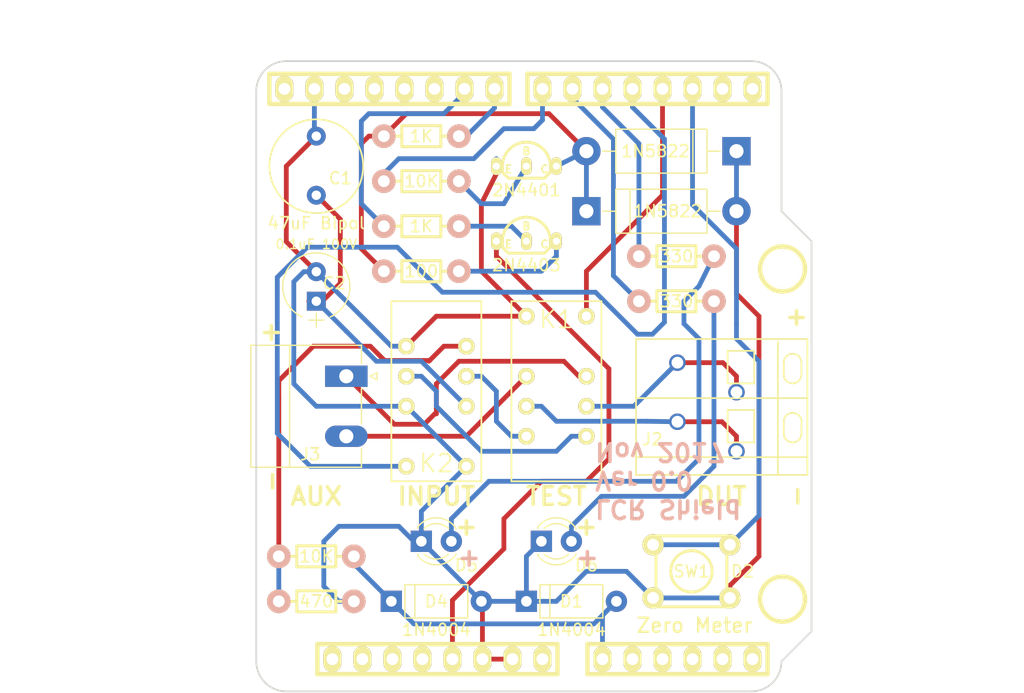
<source format=kicad_pcb>
(kicad_pcb (version 4) (host pcbnew 4.0.6)

  (general
    (links 52)
    (no_connects 0)
    (area 157.404999 96.444999 204.545001 149.935001)
    (thickness 1.6)
    (drawings 29)
    (tracks 213)
    (zones 0)
    (modules 24)
    (nets 42)
  )

  (page USLetter)
  (title_block
    (title "VT Interface Board")
    (rev 0.0)
    (company "Sigma Design")
    (comment 1 "K. Olsen")
  )

  (layers
    (0 F.Cu signal)
    (31 B.Cu signal)
    (32 B.Adhes user)
    (33 F.Adhes user)
    (34 B.Paste user)
    (35 F.Paste user)
    (36 B.SilkS user)
    (37 F.SilkS user)
    (38 B.Mask user)
    (39 F.Mask user)
    (40 Dwgs.User user)
    (41 Cmts.User user)
    (42 Eco1.User user)
    (43 Eco2.User user)
    (44 Edge.Cuts user)
    (45 Margin user)
    (46 B.CrtYd user)
    (47 F.CrtYd user)
    (48 B.Fab user)
    (49 F.Fab user)
  )

  (setup
    (last_trace_width 0.25)
    (user_trace_width 0.3048)
    (user_trace_width 0.4064)
    (user_trace_width 0.6096)
    (trace_clearance 0.2)
    (zone_clearance 0.508)
    (zone_45_only no)
    (trace_min 0.2)
    (segment_width 0.2)
    (edge_width 0.15)
    (via_size 0.6)
    (via_drill 0.4)
    (via_min_size 0.4)
    (via_min_drill 0.3)
    (uvia_size 0.3)
    (uvia_drill 0.1)
    (uvias_allowed no)
    (uvia_min_size 0.2)
    (uvia_min_drill 0.1)
    (pcb_text_width 0.3)
    (pcb_text_size 1.5 1.5)
    (mod_edge_width 0.15)
    (mod_text_size 1 1)
    (mod_text_width 0.15)
    (pad_size 1.8 1.8)
    (pad_drill 0.9)
    (pad_to_mask_clearance 0)
    (aux_axis_origin 0 0)
    (visible_elements 7FFFFFFF)
    (pcbplotparams
      (layerselection 0x010f0_80000001)
      (usegerberextensions false)
      (excludeedgelayer true)
      (linewidth 0.100000)
      (plotframeref false)
      (viasonmask false)
      (mode 1)
      (useauxorigin false)
      (hpglpennumber 1)
      (hpglpenspeed 20)
      (hpglpendiameter 15)
      (hpglpenoverlay 2)
      (psnegative false)
      (psa4output false)
      (plotreference true)
      (plotvalue true)
      (plotinvisibletext false)
      (padsonsilk false)
      (subtractmaskfromsilk false)
      (outputformat 1)
      (mirror false)
      (drillshape 0)
      (scaleselection 1)
      (outputdirectory gerbers/))
  )

  (net 0 "")
  (net 1 "Net-(J1-Pad2)")
  (net 2 "Net-(J2-Pad1)")
  (net 3 "Net-(J3-Pad1)")
  (net 4 GND)
  (net 5 "Net-(C1-Pad2)")
  (net 6 "Net-(D1-Pad2)")
  (net 7 "Net-(D2-Pad1)")
  (net 8 "Net-(J1-Pad3)")
  (net 9 "Net-(J1-Pad4)")
  (net 10 VCC)
  (net 11 "Net-(J1-Pad8)")
  (net 12 "Net-(J1-Pad10)")
  (net 13 "Net-(J1-Pad11)")
  (net 14 "Net-(J1-Pad12)")
  (net 15 "Net-(J1-Pad13)")
  (net 16 "Net-(J1-Pad14)")
  (net 17 "Net-(J1-Pad15)")
  (net 18 "Net-(J1-Pad16)")
  (net 19 "Net-(J1-Pad17)")
  (net 20 "Net-(J1-Pad18)")
  (net 21 "Net-(J1-Pad19)")
  (net 22 "Net-(J1-Pad20)")
  (net 23 "Net-(J1-Pad21)")
  (net 24 "Net-(J1-Pad22)")
  (net 25 "Net-(J1-Pad23)")
  (net 26 "Net-(J1-Pad24)")
  (net 27 "Net-(J1-Pad25)")
  (net 28 "Net-(J1-Pad26)")
  (net 29 "Net-(J1-Pad27)")
  (net 30 "Net-(J1-Pad28)")
  (net 31 "Net-(J1-Pad30)")
  (net 32 "Net-(J2-Pad2)")
  (net 33 "Net-(J3-Pad2)")
  (net 34 "Net-(K1-Pad5)")
  (net 35 "Net-(K1-Pad8)")
  (net 36 "Net-(K2-Pad5)")
  (net 37 "Net-(Q1-Pad2)")
  (net 38 "Net-(Q1-Pad3)")
  (net 39 "Net-(Q2-Pad2)")
  (net 40 "Net-(D5-Pad2)")
  (net 41 "Net-(D6-Pad2)")

  (net_class Default "This is the default net class."
    (clearance 0.2)
    (trace_width 0.25)
    (via_dia 0.6)
    (via_drill 0.4)
    (uvia_dia 0.3)
    (uvia_drill 0.1)
    (add_net GND)
    (add_net "Net-(C1-Pad2)")
    (add_net "Net-(D1-Pad2)")
    (add_net "Net-(D2-Pad1)")
    (add_net "Net-(D5-Pad2)")
    (add_net "Net-(D6-Pad2)")
    (add_net "Net-(J1-Pad10)")
    (add_net "Net-(J1-Pad11)")
    (add_net "Net-(J1-Pad12)")
    (add_net "Net-(J1-Pad13)")
    (add_net "Net-(J1-Pad14)")
    (add_net "Net-(J1-Pad15)")
    (add_net "Net-(J1-Pad16)")
    (add_net "Net-(J1-Pad17)")
    (add_net "Net-(J1-Pad18)")
    (add_net "Net-(J1-Pad19)")
    (add_net "Net-(J1-Pad2)")
    (add_net "Net-(J1-Pad20)")
    (add_net "Net-(J1-Pad21)")
    (add_net "Net-(J1-Pad22)")
    (add_net "Net-(J1-Pad23)")
    (add_net "Net-(J1-Pad24)")
    (add_net "Net-(J1-Pad25)")
    (add_net "Net-(J1-Pad26)")
    (add_net "Net-(J1-Pad27)")
    (add_net "Net-(J1-Pad28)")
    (add_net "Net-(J1-Pad3)")
    (add_net "Net-(J1-Pad30)")
    (add_net "Net-(J1-Pad4)")
    (add_net "Net-(J1-Pad8)")
    (add_net "Net-(J2-Pad1)")
    (add_net "Net-(J2-Pad2)")
    (add_net "Net-(J3-Pad1)")
    (add_net "Net-(J3-Pad2)")
    (add_net "Net-(K1-Pad5)")
    (add_net "Net-(K1-Pad8)")
    (add_net "Net-(K2-Pad5)")
    (add_net "Net-(Q1-Pad2)")
    (add_net "Net-(Q1-Pad3)")
    (add_net "Net-(Q2-Pad2)")
    (add_net VCC)
  )

  (module myFootPrints:SW_PUSH_SMALL (layer F.Cu) (tedit 5A0A3ABE) (tstamp 5A0A0C8C)
    (at 194.31 139.7)
    (path /5A0A46D5)
    (fp_text reference SW1 (at 0 0) (layer F.SilkS)
      (effects (font (size 1 1) (thickness 0.15)))
    )
    (fp_text value "Zero Meter" (at 0.254 4.572) (layer F.SilkS)
      (effects (font (size 1.2 1.2) (thickness 0.2)))
    )
    (fp_line (start -3 -3) (end 3 -3) (layer F.SilkS) (width 0.25))
    (fp_line (start 3 -3) (end 3 3) (layer F.SilkS) (width 0.25))
    (fp_line (start 3 3) (end -3 3) (layer F.SilkS) (width 0.25))
    (fp_line (start -3 3) (end -3 -3) (layer F.SilkS) (width 0.25))
    (fp_circle (center 0 0) (end -1.75 0) (layer F.SilkS) (width 0.25))
    (pad 1 thru_hole circle (at 3.25 -2.25) (size 1.8 1.8) (drill 1) (layers *.Cu *.Mask F.SilkS)
      (net 19 "Net-(J1-Pad17)"))
    (pad 2 thru_hole circle (at 3.25 2.25) (size 1.8 1.8) (drill 1) (layers *.Cu *.Mask F.SilkS)
      (net 4 GND))
    (pad 1 thru_hole circle (at -3.25 -2.25) (size 1.8 1.8) (drill 1) (layers *.Cu *.Mask F.SilkS)
      (net 19 "Net-(J1-Pad17)"))
    (pad 2 thru_hole circle (at -3.25 2.25) (size 1.8 1.8) (drill 1) (layers *.Cu *.Mask F.SilkS)
      (net 4 GND))
  )

  (module myFootPrints:arduino_header locked (layer F.Cu) (tedit 5A0A31FA) (tstamp 5A0A0C2C)
    (at 169 123)
    (descr "Arduino Header")
    (tags Arduino)
    (path /5A09D18F)
    (fp_text reference J1 (at -13.044 28.384) (layer F.SilkS) hide
      (effects (font (size 1.016 1.016) (thickness 0.2032)))
    )
    (fp_text value Arduino_Header (at -6.186 28.384) (layer F.SilkS) hide
      (effects (font (size 1.016 0.889) (thickness 0.2032)))
    )
    (fp_line (start 31.75 -26.67) (end -31.75 -26.67) (layer Dwgs.User) (width 0.381))
    (fp_line (start -31.75 26.67) (end 31.75 26.67) (layer Dwgs.User) (width 0.381))
    (fp_line (start 35.56 21.59) (end 35.56 -11.43) (layer Dwgs.User) (width 0.381))
    (fp_line (start 35.56 21.59) (end 33.02 24.13) (layer Dwgs.User) (width 0.381))
    (fp_line (start 33.02 24.13) (end 33.02 25.4) (layer Dwgs.User) (width 0.381))
    (fp_line (start 31.75 25.4) (end 16.51 25.4) (layer F.SilkS) (width 0.381))
    (fp_line (start 16.51 22.86) (end 31.75 22.86) (layer F.SilkS) (width 0.381))
    (fp_line (start 33.02 -25.4) (end 33.02 -13.97) (layer Dwgs.User) (width 0.381))
    (fp_line (start 33.02 -13.97) (end 35.56 -11.43) (layer Dwgs.User) (width 0.381))
    (fp_line (start 31.75 -26.67) (end 33.02 -25.4) (layer Dwgs.User) (width 0.381))
    (fp_arc (start -31.75 -25.4) (end -33.02 -25.4) (angle 90) (layer Dwgs.User) (width 0.381))
    (fp_line (start -33.02 25.4) (end -33.02 -25.4) (layer Dwgs.User) (width 0.381))
    (fp_arc (start -31.75 25.4) (end -31.75 26.67) (angle 90) (layer Dwgs.User) (width 0.381))
    (fp_arc (start 31.75 25.4) (end 33.02 25.4) (angle 90) (layer Dwgs.User) (width 0.381))
    (fp_circle (center 33.02 -8.89) (end 34.925 -8.89) (layer F.SilkS) (width 0.381))
    (fp_line (start 9.906 -22.86) (end -10.414 -22.86) (layer F.SilkS) (width 0.381))
    (fp_line (start -10.414 -22.86) (end -10.414 -25.4) (layer F.SilkS) (width 0.381))
    (fp_line (start 9.906 -22.86) (end 9.906 -25.4) (layer F.SilkS) (width 0.381))
    (fp_line (start 9.906 -25.4) (end -10.414 -25.4) (layer F.SilkS) (width 0.381))
    (fp_line (start 31.75 -25.4) (end 31.75 -22.86) (layer F.SilkS) (width 0.381))
    (fp_line (start 31.75 -22.86) (end 11.43 -22.86) (layer F.SilkS) (width 0.381))
    (fp_line (start 11.43 -22.86) (end 11.43 -25.4) (layer F.SilkS) (width 0.381))
    (fp_line (start 11.43 -25.4) (end 31.75 -25.4) (layer F.SilkS) (width 0.381))
    (fp_circle (center 33.02 19.05) (end 34.925 19.05) (layer F.SilkS) (width 0.381))
    (fp_line (start -6.35 25.4) (end 13.97 25.4) (layer F.SilkS) (width 0.381))
    (fp_line (start 13.97 22.86) (end -6.35 22.86) (layer F.SilkS) (width 0.381))
    (fp_line (start 31.75 25.4) (end 31.75 22.86) (layer F.SilkS) (width 0.381))
    (fp_line (start 16.51 22.86) (end 16.51 25.4) (layer F.SilkS) (width 0.381))
    (fp_line (start 13.97 22.86) (end 13.97 25.4) (layer F.SilkS) (width 0.381))
    (fp_line (start -6.35 25.4) (end -6.35 22.86) (layer F.SilkS) (width 0.381))
    (pad 1 thru_hole oval (at -5.08 24.13) (size 1.524 2.19964) (drill 1.00076) (layers *.Cu *.Mask F.SilkS))
    (pad 2 thru_hole oval (at -2.54 24.13) (size 1.524 2.19964) (drill 1.00076) (layers *.Cu *.Mask F.SilkS)
      (net 1 "Net-(J1-Pad2)"))
    (pad 3 thru_hole oval (at 0 24.13) (size 1.524 2.19964) (drill 1.00076) (layers *.Cu *.Mask F.SilkS)
      (net 8 "Net-(J1-Pad3)"))
    (pad 4 thru_hole oval (at 2.54 24.13) (size 1.524 2.19964) (drill 1.00076) (layers *.Cu *.Mask F.SilkS)
      (net 9 "Net-(J1-Pad4)"))
    (pad 5 thru_hole oval (at 5.08 24.13) (size 1.524 2.19964) (drill 1.00076) (layers *.Cu *.Mask F.SilkS)
      (net 10 VCC))
    (pad 6 thru_hole oval (at 7.62 24.13) (size 1.524 2.19964) (drill 1.00076) (layers *.Cu *.Mask F.SilkS)
      (net 4 GND))
    (pad 7 thru_hole oval (at 10.16 24.13) (size 1.524 2.19964) (drill 1.00076) (layers *.Cu *.Mask F.SilkS)
      (net 4 GND))
    (pad 8 thru_hole oval (at 12.7 24.13) (size 1.524 2.19964) (drill 1.00076) (layers *.Cu *.Mask F.SilkS)
      (net 11 "Net-(J1-Pad8)"))
    (pad 9 thru_hole oval (at 17.78 24.13) (size 1.524 2.19964) (drill 1.00076) (layers *.Cu *.Mask F.SilkS)
      (net 6 "Net-(D1-Pad2)"))
    (pad 10 thru_hole oval (at 20.32 24.13) (size 1.524 2.19964) (drill 1.00076) (layers *.Cu *.Mask F.SilkS)
      (net 12 "Net-(J1-Pad10)"))
    (pad 11 thru_hole oval (at 22.86 24.13) (size 1.524 2.19964) (drill 1.00076) (layers *.Cu *.Mask F.SilkS)
      (net 13 "Net-(J1-Pad11)"))
    (pad 12 thru_hole oval (at 25.4 24.13) (size 1.524 2.19964) (drill 1.00076) (layers *.Cu *.Mask F.SilkS)
      (net 14 "Net-(J1-Pad12)"))
    (pad 13 thru_hole oval (at 27.94 24.13) (size 1.524 2.19964) (drill 1.00076) (layers *.Cu *.Mask F.SilkS)
      (net 15 "Net-(J1-Pad13)"))
    (pad 14 thru_hole oval (at 30.48 24.13) (size 1.524 2.19964) (drill 1.00076) (layers *.Cu *.Mask F.SilkS)
      (net 16 "Net-(J1-Pad14)"))
    (pad "" np_thru_hole circle (at 33.02 19.05) (size 3.19786 3.19786) (drill 3.19786) (layers *.Cu *.Mask F.SilkS))
    (pad 15 thru_hole oval (at 30.48 -24.13) (size 1.524 2.1971) (drill 0.99822) (layers *.Cu *.Mask F.SilkS)
      (net 17 "Net-(J1-Pad15)"))
    (pad 16 thru_hole oval (at 27.94 -24.13) (size 1.524 2.1971) (drill 0.99822) (layers *.Cu *.Mask F.SilkS)
      (net 18 "Net-(J1-Pad16)"))
    (pad 17 thru_hole oval (at 25.4 -24.13) (size 1.524 2.1971) (drill 0.99822) (layers *.Cu *.Mask F.SilkS)
      (net 19 "Net-(J1-Pad17)"))
    (pad 18 thru_hole oval (at 22.86 -24.13) (size 1.524 2.1971) (drill 0.99822) (layers *.Cu *.Mask F.SilkS)
      (net 20 "Net-(J1-Pad18)"))
    (pad 19 thru_hole oval (at 20.32 -24.13) (size 1.524 2.1971) (drill 0.99822) (layers *.Cu *.Mask F.SilkS)
      (net 21 "Net-(J1-Pad19)"))
    (pad 20 thru_hole oval (at 17.78 -24.13) (size 1.524 2.1971) (drill 0.99822) (layers *.Cu *.Mask F.SilkS)
      (net 22 "Net-(J1-Pad20)"))
    (pad 21 thru_hole oval (at 15.24 -24.13) (size 1.524 2.1971) (drill 0.99822) (layers *.Cu *.Mask F.SilkS)
      (net 23 "Net-(J1-Pad21)"))
    (pad 22 thru_hole oval (at 12.7 -24.13) (size 1.524 2.1971) (drill 0.99822) (layers *.Cu *.Mask F.SilkS)
      (net 24 "Net-(J1-Pad22)"))
    (pad 23 thru_hole oval (at 8.636 -24.13) (size 1.524 2.1971) (drill 0.99822) (layers *.Cu *.Mask F.SilkS)
      (net 25 "Net-(J1-Pad23)"))
    (pad 24 thru_hole oval (at 6.096 -24.13) (size 1.524 2.1971) (drill 0.99822) (layers *.Cu *.Mask F.SilkS)
      (net 26 "Net-(J1-Pad24)"))
    (pad 25 thru_hole oval (at 3.556 -24.13) (size 1.524 2.1971) (drill 0.99822) (layers *.Cu *.Mask F.SilkS)
      (net 27 "Net-(J1-Pad25)"))
    (pad 26 thru_hole oval (at 1.016 -24.13) (size 1.524 2.1971) (drill 0.99822) (layers *.Cu *.Mask F.SilkS)
      (net 28 "Net-(J1-Pad26)"))
    (pad 27 thru_hole oval (at -1.524 -24.13) (size 1.524 2.1971) (drill 0.99822) (layers *.Cu *.Mask F.SilkS)
      (net 29 "Net-(J1-Pad27)"))
    (pad 28 thru_hole oval (at -4.064 -24.13) (size 1.524 2.1971) (drill 0.99822) (layers *.Cu *.Mask F.SilkS)
      (net 30 "Net-(J1-Pad28)"))
    (pad 29 thru_hole oval (at -6.604 -24.13) (size 1.524 2.1971) (drill 0.99822) (layers *.Cu *.Mask F.SilkS)
      (net 4 GND))
    (pad 30 thru_hole oval (at -9.14146 -24.13) (size 1.524 2.1971) (drill 0.99822) (layers *.Cu *.Mask F.SilkS)
      (net 31 "Net-(J1-Pad30)"))
    (pad "" np_thru_hole circle (at 33.02 -8.89) (size 3.19786 3.19786) (drill 3.19786) (layers *.Cu *.Mask F.SilkS))
    (model walter/conn_misc/arduino_header.wrl
      (at (xyz 0 0 0))
      (scale (xyz 1 1 1))
      (rotate (xyz 0 0 0))
    )
  )

  (module Diodes_THT:D_DO-15_P12.70mm_Horizontal (layer F.Cu) (tedit 5A0A1E44) (tstamp 5A0A0BF8)
    (at 185.42 109.22)
    (descr "D, DO-15 series, Axial, Horizontal, pin pitch=12.7mm, , length*diameter=7.6*3.6mm^2, , http://www.diodes.com/_files/packages/DO-15.pdf")
    (tags "D DO-15 series Axial Horizontal pin pitch 12.7mm  length 7.6mm diameter 3.6mm")
    (path /5A09EDB0)
    (fp_text reference D2 (at 4.826 -1.016) (layer F.SilkS) hide
      (effects (font (size 1 1) (thickness 0.15)))
    )
    (fp_text value 1N5822 (at 6.858 0) (layer F.SilkS)
      (effects (font (size 1 1) (thickness 0.15)))
    )
    (fp_text user %R (at 4.826 -1.016) (layer F.Fab)
      (effects (font (size 1 1) (thickness 0.15)))
    )
    (fp_line (start 2.55 -1.8) (end 2.55 1.8) (layer F.Fab) (width 0.1))
    (fp_line (start 2.55 1.8) (end 10.15 1.8) (layer F.Fab) (width 0.1))
    (fp_line (start 10.15 1.8) (end 10.15 -1.8) (layer F.Fab) (width 0.1))
    (fp_line (start 10.15 -1.8) (end 2.55 -1.8) (layer F.Fab) (width 0.1))
    (fp_line (start 0 0) (end 2.55 0) (layer F.Fab) (width 0.1))
    (fp_line (start 12.7 0) (end 10.15 0) (layer F.Fab) (width 0.1))
    (fp_line (start 3.69 -1.8) (end 3.69 1.8) (layer F.Fab) (width 0.1))
    (fp_line (start 2.49 -1.86) (end 2.49 1.86) (layer F.SilkS) (width 0.12))
    (fp_line (start 2.49 1.86) (end 10.21 1.86) (layer F.SilkS) (width 0.12))
    (fp_line (start 10.21 1.86) (end 10.21 -1.86) (layer F.SilkS) (width 0.12))
    (fp_line (start 10.21 -1.86) (end 2.49 -1.86) (layer F.SilkS) (width 0.12))
    (fp_line (start 1.38 0) (end 2.49 0) (layer F.SilkS) (width 0.12))
    (fp_line (start 11.32 0) (end 10.21 0) (layer F.SilkS) (width 0.12))
    (fp_line (start 3.69 -1.86) (end 3.69 1.86) (layer F.SilkS) (width 0.12))
    (fp_line (start -1.45 -2.15) (end -1.45 2.15) (layer F.CrtYd) (width 0.05))
    (fp_line (start -1.45 2.15) (end 14.15 2.15) (layer F.CrtYd) (width 0.05))
    (fp_line (start 14.15 2.15) (end 14.15 -2.15) (layer F.CrtYd) (width 0.05))
    (fp_line (start 14.15 -2.15) (end -1.45 -2.15) (layer F.CrtYd) (width 0.05))
    (pad 1 thru_hole rect (at 0 0) (size 2.4 2.4) (drill 1.2) (layers *.Cu *.Mask)
      (net 7 "Net-(D2-Pad1)"))
    (pad 2 thru_hole oval (at 12.7 0) (size 2.4 2.4) (drill 1.2) (layers *.Cu *.Mask)
      (net 4 GND))
    (model ${KISYS3DMOD}/Diodes_THT.3dshapes/D_DO-15_P12.70mm_Horizontal.wrl
      (at (xyz 0 0 0))
      (scale (xyz 0.393701 0.393701 0.393701))
      (rotate (xyz 0 0 0))
    )
  )

  (module myFootPrints:TerminalBlock_4UCON_19963_02x3.5mm_Straight (layer F.Cu) (tedit 5A0A2E4D) (tstamp 5A0A0E86)
    (at 198.12 129.54 90)
    (descr "2-way 3.5mm pitch terminal block, https://cdn-shop.adafruit.com/datasheets/19963.pdf")
    (tags "screw terminal block")
    (path /5A066326)
    (fp_text reference J2 (at 1.016 -7.112 180) (layer F.SilkS)
      (effects (font (size 1 1) (thickness 0.15)))
    )
    (fp_text value "DUT Terminal" (at 3.5 2.75 90) (layer F.Fab)
      (effects (font (size 0.7 0.7) (thickness 0.15)))
    )
    (fp_line (start 5.75 1.5) (end 5.75 -0.75) (layer F.SilkS) (width 0.15))
    (fp_line (start 5.75 -0.75) (end 8.5 -0.75) (layer F.SilkS) (width 0.15))
    (fp_line (start 8.5 -0.75) (end 8.5 1.5) (layer F.SilkS) (width 0.15))
    (fp_line (start 8.5 1.5) (end 5.75 1.5) (layer F.SilkS) (width 0.15))
    (fp_line (start 0.75 1.5) (end 0.75 -0.75) (layer F.SilkS) (width 0.15))
    (fp_line (start 0.75 -0.75) (end 3.5 -0.75) (layer F.SilkS) (width 0.15))
    (fp_line (start 3.5 -0.75) (end 3.5 1.5) (layer F.SilkS) (width 0.15))
    (fp_arc (start 2.4765 4.7625) (end 3.2385 4.699) (angle 90) (layer F.SilkS) (width 0.15))
    (fp_line (start 0.75 1.5) (end 3.5 1.5) (layer F.SilkS) (width 0.15))
    (fp_line (start -2 3.5) (end 9.25 3.5) (layer F.SilkS) (width 0.15))
    (fp_arc (start 7.5 4.75) (end 7.5 4) (angle 90) (layer F.SilkS) (width 0.15))
    (fp_arc (start 7.5 4.75) (end 8.25 4.75) (angle 90) (layer F.SilkS) (width 0.15))
    (fp_arc (start 6.5 4.75) (end 6.5 5.5) (angle 90) (layer F.SilkS) (width 0.15))
    (fp_arc (start 6.5 4.75) (end 5.75 4.75) (angle 90) (layer F.SilkS) (width 0.15))
    (fp_arc (start 2.5 4.75) (end 2.5 4) (angle 90) (layer F.SilkS) (width 0.15))
    (fp_arc (start 1.5 4.75) (end 1.5 5.5) (angle 90) (layer F.SilkS) (width 0.15))
    (fp_arc (start 1.5 4.75) (end 0.75 4.75) (angle 90) (layer F.SilkS) (width 0.15))
    (fp_line (start 6.5 5.5) (end 7.5 5.5) (layer F.SilkS) (width 0.15))
    (fp_line (start 6.5 4) (end 7.5 4) (layer F.SilkS) (width 0.15))
    (fp_line (start 1.5 5.5) (end 2.5 5.5) (layer F.SilkS) (width 0.15))
    (fp_line (start 1.5 4) (end 2.5 4) (layer F.SilkS) (width 0.15))
    (fp_line (start -0.5 -8.5) (end -2 -8.5) (layer F.SilkS) (width 0.15))
    (fp_line (start -2 -8.5) (end -2 6) (layer F.SilkS) (width 0.15))
    (fp_line (start -2 6) (end -0.5 6) (layer F.SilkS) (width 0.15))
    (fp_line (start 9.5 -5) (end 9.5 6) (layer F.SilkS) (width 0.15))
    (fp_line (start 9.5 6) (end 8.5 6) (layer F.SilkS) (width 0.15))
    (fp_line (start 9.5 -5) (end 9.5 -8.5) (layer F.SilkS) (width 0.15))
    (fp_line (start 9.5 -8.5) (end 8.5 -8.5) (layer F.SilkS) (width 0.15))
    (fp_line (start 4.5 6) (end 4.5 -8.5) (layer F.SilkS) (width 0.15))
    (fp_line (start -0.5 -8.5) (end -0.5 -5.5) (layer F.SilkS) (width 0.15))
    (fp_line (start 8 -8.5) (end 8.5 -8.5) (layer F.SilkS) (width 0.15))
    (fp_line (start 8.5 6) (end -0.5 6) (layer F.SilkS) (width 0.15))
    (fp_line (start -0.5 0) (end -0.5 6) (layer F.SilkS) (width 0.15))
    (fp_line (start -0.5 0) (end -0.5 -5.5) (layer F.SilkS) (width 0.15))
    (fp_line (start -0.5 -8.5) (end 8 -8.5) (layer F.SilkS) (width 0.15))
    (pad 2 thru_hole circle (at 7.5 -5 90) (size 1.4 1.4) (drill 1) (layers *.Cu *.Mask)
      (net 32 "Net-(J2-Pad2)"))
    (pad 1 thru_hole circle (at 2.5 -5 90) (size 1.4 1.4) (drill 1) (layers *.Cu *.Mask)
      (net 2 "Net-(J2-Pad1)"))
    (pad 2 thru_hole circle (at 5 0 90) (size 1.4 1.4) (drill 1) (layers *.Cu *.Mask)
      (net 32 "Net-(J2-Pad2)"))
    (pad 1 thru_hole circle (at 0 0 90) (size 1.4 1.4) (drill 1) (layers *.Cu *.Mask)
      (net 2 "Net-(J2-Pad1)"))
    (model ${KISYS3DMOD}/Connectors_Terminal_Blocks.3dshapes/TerminalBlock_4UCON_19963_02x3.5mm_Straight.wrl
      (at (xyz 0 0 0))
      (scale (xyz 1 1 1))
      (rotate (xyz 0 0 0))
    )
  )

  (module Capacitors_THT:CP_Radial_Tantal_D8.0mm_P5.00mm (layer F.Cu) (tedit 5A0B44DD) (tstamp 5A0A0BE6)
    (at 162.56 102.87 270)
    (descr "CP, Radial_Tantal series, Radial, pin pitch=5.00mm, , diameter=8.0mm, Tantal Electrolytic Capacitor, http://cdn-reichelt.de/documents/datenblatt/B300/TANTAL-TB-Serie%23.pdf")
    (tags "CP Radial_Tantal series Radial pin pitch 5.00mm  diameter 8.0mm Tantal Electrolytic Capacitor")
    (path /5A0A1239)
    (fp_text reference C1 (at 3.556 -2.032 360) (layer F.SilkS)
      (effects (font (size 1 1) (thickness 0.15)))
    )
    (fp_text value "47uF Bipol" (at 7.366 0 360) (layer F.SilkS)
      (effects (font (size 1 1) (thickness 0.15)))
    )
    (fp_circle (center 2.54 0) (end 0 -3.048) (layer F.SilkS) (width 0.15))
    (fp_circle (center 2.5 0) (end 6.5 0) (layer F.Fab) (width 0.1))
    (fp_line (start -1.85 4.35) (end 6.85 4.35) (layer F.CrtYd) (width 0.05))
    (fp_line (start 6.85 4.35) (end 6.85 -4.35) (layer F.CrtYd) (width 0.05))
    (fp_line (start 6.85 -4.35) (end -1.85 -4.35) (layer F.CrtYd) (width 0.05))
    (fp_text user %R (at 2.5 0 270) (layer F.Fab)
      (effects (font (size 1 1) (thickness 0.15)))
    )
    (pad 1 thru_hole circle (at 0 0 270) (size 1.6 1.6) (drill 0.8) (layers *.Cu *.Mask)
      (net 4 GND))
    (pad 2 thru_hole circle (at 5 0 270) (size 1.6 1.6) (drill 0.8) (layers *.Cu *.Mask)
      (net 5 "Net-(C1-Pad2)"))
    (model ${KISYS3DMOD}/Capacitors_THT.3dshapes/CP_Radial_Tantal_D8.0mm_P5.00mm.wrl
      (at (xyz 0 0 0))
      (scale (xyz 1 1 1))
      (rotate (xyz 0 0 0))
    )
  )

  (module Capacitors_THT:CP_Radial_Tantal_D5.5mm_P2.50mm (layer F.Cu) (tedit 5A0B44F4) (tstamp 5A0A0BEC)
    (at 162.56 116.84 90)
    (descr "CP, Radial_Tantal series, Radial, pin pitch=2.50mm, , diameter=5.5mm, Tantal Electrolytic Capacitor, http://cdn-reichelt.de/documents/datenblatt/B300/TANTAL-TB-Serie%23.pdf")
    (tags "CP Radial_Tantal series Radial pin pitch 2.50mm  diameter 5.5mm Tantal Electrolytic Capacitor")
    (path /5A0A12AC)
    (fp_text reference C2 (at 1.524 1.524 180) (layer F.SilkS)
      (effects (font (size 1 1) (thickness 0.15)))
    )
    (fp_text value "0.1uF 100V" (at 4.826 0 180) (layer F.SilkS)
      (effects (font (size 0.8 0.8) (thickness 0.125)))
    )
    (fp_arc (start 1.25 0) (end -1.333254 -1.18) (angle 130.9) (layer F.SilkS) (width 0.12))
    (fp_arc (start 1.25 0) (end -1.333254 1.18) (angle -130.9) (layer F.SilkS) (width 0.12))
    (fp_arc (start 1.25 0) (end 3.833254 -1.18) (angle 49.1) (layer F.SilkS) (width 0.12))
    (fp_circle (center 1.25 0) (end 4 0) (layer F.Fab) (width 0.1))
    (fp_line (start -2.2 0) (end -1 0) (layer F.Fab) (width 0.1))
    (fp_line (start -1.6 -0.65) (end -1.6 0.65) (layer F.Fab) (width 0.1))
    (fp_line (start -2.2 0) (end -1 0) (layer F.SilkS) (width 0.12))
    (fp_line (start -1.6 -0.65) (end -1.6 0.65) (layer F.SilkS) (width 0.12))
    (fp_line (start -1.85 -3.1) (end -1.85 3.1) (layer F.CrtYd) (width 0.05))
    (fp_line (start -1.85 3.1) (end 4.35 3.1) (layer F.CrtYd) (width 0.05))
    (fp_line (start 4.35 3.1) (end 4.35 -3.1) (layer F.CrtYd) (width 0.05))
    (fp_line (start 4.35 -3.1) (end -1.85 -3.1) (layer F.CrtYd) (width 0.05))
    (fp_text user %R (at 1.25 0 90) (layer F.Fab)
      (effects (font (size 1 1) (thickness 0.15)))
    )
    (pad 1 thru_hole rect (at 0 0 90) (size 1.6 1.6) (drill 0.8) (layers *.Cu *.Mask)
      (net 5 "Net-(C1-Pad2)"))
    (pad 2 thru_hole circle (at 2.5 0 90) (size 1.6 1.6) (drill 0.8) (layers *.Cu *.Mask)
      (net 4 GND))
    (model ${KISYS3DMOD}/Capacitors_THT.3dshapes/CP_Radial_Tantal_D5.5mm_P2.50mm.wrl
      (at (xyz 0 0 0))
      (scale (xyz 1 1 1))
      (rotate (xyz 0 0 0))
    )
  )

  (module myFootPrints:EC2-12NU (layer F.Cu) (tedit 5A0A39D9) (tstamp 5A0A0C52)
    (at 175.26 130.81 90)
    (path /5A0A65AB)
    (fp_text reference K2 (at 0.254 -2.54 180) (layer F.SilkS)
      (effects (font (size 1.5 1.5) (thickness 0.15)))
    )
    (fp_text value RELAY_2RT (at 7.874 -2.54 90) (layer F.SilkS) hide
      (effects (font (size 1.5 1.5) (thickness 0.15)))
    )
    (fp_line (start 11.43 1.27) (end 13.97 1.27) (layer F.SilkS) (width 0.15))
    (fp_line (start 13.97 1.27) (end 13.97 -6.35) (layer F.SilkS) (width 0.15))
    (fp_line (start 13.97 -6.35) (end 11.43 -6.35) (layer F.SilkS) (width 0.15))
    (fp_line (start -1.27 -6.35) (end -1.27 1.27) (layer F.SilkS) (width 0.15))
    (fp_line (start -1.27 1.27) (end 11.43 1.27) (layer F.SilkS) (width 0.15))
    (fp_line (start 11.43 -6.35) (end -1.27 -6.35) (layer F.SilkS) (width 0.15))
    (pad 1 thru_hole circle (at 0 0 90) (size 1.4 1.4) (drill 0.800001) (layers *.Cu *.Mask F.SilkS)
      (net 4 GND))
    (pad 3 thru_hole circle (at 5.08 0 90) (size 1.4 1.4) (drill 0.800001) (layers *.Cu *.Mask F.SilkS)
      (net 5 "Net-(C1-Pad2)"))
    (pad 4 thru_hole circle (at 7.62 0 90) (size 1.4 1.4) (drill 0.800001) (layers *.Cu *.Mask F.SilkS)
      (net 34 "Net-(K1-Pad5)"))
    (pad 5 thru_hole circle (at 10.16 0 90) (size 1.4 1.4) (drill 0.800001) (layers *.Cu *.Mask F.SilkS)
      (net 36 "Net-(K2-Pad5)"))
    (pad 8 thru_hole circle (at 10.16 -5.08 90) (size 1.4 1.4) (drill 0.800001) (layers *.Cu *.Mask F.SilkS)
      (net 4 GND))
    (pad 9 thru_hole circle (at 7.62 -5.08 90) (size 1.4 1.4) (drill 0.800001) (layers *.Cu *.Mask F.SilkS)
      (net 35 "Net-(K1-Pad8)"))
    (pad 10 thru_hole circle (at 5.08 -5.08 90) (size 1.4 1.4) (drill 0.800001) (layers *.Cu *.Mask F.SilkS)
      (net 4 GND))
    (pad 12 thru_hole circle (at 0 -5.08 90) (size 1.4 1.4) (drill 0.800001) (layers *.Cu *.Mask F.SilkS)
      (net 21 "Net-(J1-Pad19)"))
  )

  (module Diodes_THT:D_A-405_P7.62mm_Horizontal (layer F.Cu) (tedit 5A0A1EB2) (tstamp 5A0A0BF2)
    (at 180.34 142.24)
    (descr "D, A-405 series, Axial, Horizontal, pin pitch=7.62mm, , length*diameter=5.2*2.7mm^2, , http://www.diodes.com/_files/packages/A-405.pdf")
    (tags "D A-405 series Axial Horizontal pin pitch 7.62mm  length 5.2mm diameter 2.7mm")
    (path /5A09D700)
    (fp_text reference D1 (at 3.81 0) (layer F.SilkS)
      (effects (font (size 1 1) (thickness 0.15)))
    )
    (fp_text value 1N4004 (at 3.81 2.41) (layer F.SilkS)
      (effects (font (size 1 1) (thickness 0.15)))
    )
    (fp_text user %R (at 3.81 0) (layer F.Fab)
      (effects (font (size 1 1) (thickness 0.15)))
    )
    (fp_line (start 1.21 -1.35) (end 1.21 1.35) (layer F.Fab) (width 0.1))
    (fp_line (start 1.21 1.35) (end 6.41 1.35) (layer F.Fab) (width 0.1))
    (fp_line (start 6.41 1.35) (end 6.41 -1.35) (layer F.Fab) (width 0.1))
    (fp_line (start 6.41 -1.35) (end 1.21 -1.35) (layer F.Fab) (width 0.1))
    (fp_line (start 0 0) (end 1.21 0) (layer F.Fab) (width 0.1))
    (fp_line (start 7.62 0) (end 6.41 0) (layer F.Fab) (width 0.1))
    (fp_line (start 1.99 -1.35) (end 1.99 1.35) (layer F.Fab) (width 0.1))
    (fp_line (start 1.15 -1.41) (end 1.15 1.41) (layer F.SilkS) (width 0.12))
    (fp_line (start 1.15 1.41) (end 6.47 1.41) (layer F.SilkS) (width 0.12))
    (fp_line (start 6.47 1.41) (end 6.47 -1.41) (layer F.SilkS) (width 0.12))
    (fp_line (start 6.47 -1.41) (end 1.15 -1.41) (layer F.SilkS) (width 0.12))
    (fp_line (start 1.08 0) (end 1.15 0) (layer F.SilkS) (width 0.12))
    (fp_line (start 6.54 0) (end 6.47 0) (layer F.SilkS) (width 0.12))
    (fp_line (start 1.99 -1.41) (end 1.99 1.41) (layer F.SilkS) (width 0.12))
    (fp_line (start -1.15 -1.7) (end -1.15 1.7) (layer F.CrtYd) (width 0.05))
    (fp_line (start -1.15 1.7) (end 8.8 1.7) (layer F.CrtYd) (width 0.05))
    (fp_line (start 8.8 1.7) (end 8.8 -1.7) (layer F.CrtYd) (width 0.05))
    (fp_line (start 8.8 -1.7) (end -1.15 -1.7) (layer F.CrtYd) (width 0.05))
    (pad 1 thru_hole rect (at 0 0) (size 1.8 1.8) (drill 0.9) (layers *.Cu *.Mask)
      (net 4 GND))
    (pad 2 thru_hole oval (at 7.62 0) (size 1.8 1.8) (drill 0.9) (layers *.Cu *.Mask)
      (net 6 "Net-(D1-Pad2)"))
    (model ${KISYS3DMOD}/Diodes_THT.3dshapes/D_A-405_P7.62mm_Horizontal.wrl
      (at (xyz 0 0 0))
      (scale (xyz 0.393701 0.393701 0.393701))
      (rotate (xyz 0 0 0))
    )
  )

  (module Diodes_THT:D_A-405_P7.62mm_Horizontal (layer F.Cu) (tedit 5A0A1E9D) (tstamp 5A0A0C04)
    (at 168.91 142.24)
    (descr "D, A-405 series, Axial, Horizontal, pin pitch=7.62mm, , length*diameter=5.2*2.7mm^2, , http://www.diodes.com/_files/packages/A-405.pdf")
    (tags "D A-405 series Axial Horizontal pin pitch 7.62mm  length 5.2mm diameter 2.7mm")
    (path /5A09D88B)
    (fp_text reference D4 (at 3.81 0) (layer F.SilkS)
      (effects (font (size 1 1) (thickness 0.15)))
    )
    (fp_text value 1N4004 (at 3.81 2.41) (layer F.SilkS)
      (effects (font (size 1 1) (thickness 0.15)))
    )
    (fp_text user %R (at 3.81 0) (layer F.Fab)
      (effects (font (size 1 1) (thickness 0.15)))
    )
    (fp_line (start 1.21 -1.35) (end 1.21 1.35) (layer F.Fab) (width 0.1))
    (fp_line (start 1.21 1.35) (end 6.41 1.35) (layer F.Fab) (width 0.1))
    (fp_line (start 6.41 1.35) (end 6.41 -1.35) (layer F.Fab) (width 0.1))
    (fp_line (start 6.41 -1.35) (end 1.21 -1.35) (layer F.Fab) (width 0.1))
    (fp_line (start 0 0) (end 1.21 0) (layer F.Fab) (width 0.1))
    (fp_line (start 7.62 0) (end 6.41 0) (layer F.Fab) (width 0.1))
    (fp_line (start 1.99 -1.35) (end 1.99 1.35) (layer F.Fab) (width 0.1))
    (fp_line (start 1.15 -1.41) (end 1.15 1.41) (layer F.SilkS) (width 0.12))
    (fp_line (start 1.15 1.41) (end 6.47 1.41) (layer F.SilkS) (width 0.12))
    (fp_line (start 6.47 1.41) (end 6.47 -1.41) (layer F.SilkS) (width 0.12))
    (fp_line (start 6.47 -1.41) (end 1.15 -1.41) (layer F.SilkS) (width 0.12))
    (fp_line (start 1.08 0) (end 1.15 0) (layer F.SilkS) (width 0.12))
    (fp_line (start 6.54 0) (end 6.47 0) (layer F.SilkS) (width 0.12))
    (fp_line (start 1.99 -1.41) (end 1.99 1.41) (layer F.SilkS) (width 0.12))
    (fp_line (start -1.15 -1.7) (end -1.15 1.7) (layer F.CrtYd) (width 0.05))
    (fp_line (start -1.15 1.7) (end 8.8 1.7) (layer F.CrtYd) (width 0.05))
    (fp_line (start 8.8 1.7) (end 8.8 -1.7) (layer F.CrtYd) (width 0.05))
    (fp_line (start 8.8 -1.7) (end -1.15 -1.7) (layer F.CrtYd) (width 0.05))
    (pad 1 thru_hole rect (at 0 0) (size 1.8 1.8) (drill 0.9) (layers *.Cu *.Mask)
      (net 6 "Net-(D1-Pad2)"))
    (pad 2 thru_hole oval (at 7.62 0) (size 1.8 1.8) (drill 0.9) (layers *.Cu *.Mask)
      (net 4 GND))
    (model ${KISYS3DMOD}/Diodes_THT.3dshapes/D_A-405_P7.62mm_Horizontal.wrl
      (at (xyz 0 0 0))
      (scale (xyz 0.393701 0.393701 0.393701))
      (rotate (xyz 0 0 0))
    )
  )

  (module Diodes_THT:D_DO-15_P12.70mm_Horizontal (layer F.Cu) (tedit 5A0A1E1D) (tstamp 5A0A0BFE)
    (at 198.12 104.14 180)
    (descr "D, DO-15 series, Axial, Horizontal, pin pitch=12.7mm, , length*diameter=7.6*3.6mm^2, , http://www.diodes.com/_files/packages/DO-15.pdf")
    (tags "D DO-15 series Axial Horizontal pin pitch 12.7mm  length 7.6mm diameter 3.6mm")
    (path /5A09ED1A)
    (fp_text reference D3 (at 4.826 -1.016 180) (layer F.SilkS) hide
      (effects (font (size 1 1) (thickness 0.15)))
    )
    (fp_text value 1N5822 (at 6.858 0 180) (layer F.SilkS)
      (effects (font (size 1 1) (thickness 0.15)))
    )
    (fp_text user %R (at 4.826 -1.016 180) (layer F.Fab)
      (effects (font (size 1 1) (thickness 0.15)))
    )
    (fp_line (start 2.55 -1.8) (end 2.55 1.8) (layer F.Fab) (width 0.1))
    (fp_line (start 2.55 1.8) (end 10.15 1.8) (layer F.Fab) (width 0.1))
    (fp_line (start 10.15 1.8) (end 10.15 -1.8) (layer F.Fab) (width 0.1))
    (fp_line (start 10.15 -1.8) (end 2.55 -1.8) (layer F.Fab) (width 0.1))
    (fp_line (start 0 0) (end 2.55 0) (layer F.Fab) (width 0.1))
    (fp_line (start 12.7 0) (end 10.15 0) (layer F.Fab) (width 0.1))
    (fp_line (start 3.69 -1.8) (end 3.69 1.8) (layer F.Fab) (width 0.1))
    (fp_line (start 2.49 -1.86) (end 2.49 1.86) (layer F.SilkS) (width 0.12))
    (fp_line (start 2.49 1.86) (end 10.21 1.86) (layer F.SilkS) (width 0.12))
    (fp_line (start 10.21 1.86) (end 10.21 -1.86) (layer F.SilkS) (width 0.12))
    (fp_line (start 10.21 -1.86) (end 2.49 -1.86) (layer F.SilkS) (width 0.12))
    (fp_line (start 1.38 0) (end 2.49 0) (layer F.SilkS) (width 0.12))
    (fp_line (start 11.32 0) (end 10.21 0) (layer F.SilkS) (width 0.12))
    (fp_line (start 3.69 -1.86) (end 3.69 1.86) (layer F.SilkS) (width 0.12))
    (fp_line (start -1.45 -2.15) (end -1.45 2.15) (layer F.CrtYd) (width 0.05))
    (fp_line (start -1.45 2.15) (end 14.15 2.15) (layer F.CrtYd) (width 0.05))
    (fp_line (start 14.15 2.15) (end 14.15 -2.15) (layer F.CrtYd) (width 0.05))
    (fp_line (start 14.15 -2.15) (end -1.45 -2.15) (layer F.CrtYd) (width 0.05))
    (pad 1 thru_hole rect (at 0 0 180) (size 2.4 2.4) (drill 1.2) (layers *.Cu *.Mask)
      (net 4 GND))
    (pad 2 thru_hole oval (at 12.7 0 180) (size 2.4 2.4) (drill 1.2) (layers *.Cu *.Mask)
      (net 7 "Net-(D2-Pad1)"))
    (model ${KISYS3DMOD}/Diodes_THT.3dshapes/D_DO-15_P12.70mm_Horizontal.wrl
      (at (xyz 0 0 0))
      (scale (xyz 0.393701 0.393701 0.393701))
      (rotate (xyz 0 0 0))
    )
  )

  (module myFootPrints:EC2-12NU (layer F.Cu) (tedit 5A0A39D3) (tstamp 5A0A0C46)
    (at 180.34 118.11 270)
    (path /5A065598)
    (fp_text reference K1 (at 0.254 -2.54 360) (layer F.SilkS)
      (effects (font (size 1.5 1.5) (thickness 0.15)))
    )
    (fp_text value RELAY_2RT (at 7.366 -2.54 270) (layer F.SilkS) hide
      (effects (font (size 1.5 1.5) (thickness 0.15)))
    )
    (fp_line (start 11.43 1.27) (end 13.97 1.27) (layer F.SilkS) (width 0.15))
    (fp_line (start 13.97 1.27) (end 13.97 -6.35) (layer F.SilkS) (width 0.15))
    (fp_line (start 13.97 -6.35) (end 11.43 -6.35) (layer F.SilkS) (width 0.15))
    (fp_line (start -1.27 -6.35) (end -1.27 1.27) (layer F.SilkS) (width 0.15))
    (fp_line (start -1.27 1.27) (end 11.43 1.27) (layer F.SilkS) (width 0.15))
    (fp_line (start 11.43 -6.35) (end -1.27 -6.35) (layer F.SilkS) (width 0.15))
    (pad 1 thru_hole circle (at 0 0 270) (size 1.4 1.4) (drill 0.800001) (layers *.Cu *.Mask F.SilkS)
      (net 4 GND))
    (pad 3 thru_hole circle (at 5.08 0 270) (size 1.4 1.4) (drill 0.800001) (layers *.Cu *.Mask F.SilkS)
      (net 33 "Net-(J3-Pad2)"))
    (pad 4 thru_hole circle (at 7.62 0 270) (size 1.4 1.4) (drill 0.800001) (layers *.Cu *.Mask F.SilkS)
      (net 2 "Net-(J2-Pad1)"))
    (pad 5 thru_hole circle (at 10.16 0 270) (size 1.4 1.4) (drill 0.800001) (layers *.Cu *.Mask F.SilkS)
      (net 34 "Net-(K1-Pad5)"))
    (pad 8 thru_hole circle (at 10.16 -5.08 270) (size 1.4 1.4) (drill 0.800001) (layers *.Cu *.Mask F.SilkS)
      (net 35 "Net-(K1-Pad8)"))
    (pad 9 thru_hole circle (at 7.62 -5.08 270) (size 1.4 1.4) (drill 0.800001) (layers *.Cu *.Mask F.SilkS)
      (net 32 "Net-(J2-Pad2)"))
    (pad 10 thru_hole circle (at 5.08 -5.08 270) (size 1.4 1.4) (drill 0.800001) (layers *.Cu *.Mask F.SilkS)
      (net 3 "Net-(J3-Pad1)"))
    (pad 12 thru_hole circle (at 0 -5.08 270) (size 1.4 1.4) (drill 0.800001) (layers *.Cu *.Mask F.SilkS)
      (net 20 "Net-(J1-Pad18)"))
  )

  (module myFootPrints:Resistor_Horz (layer F.Cu) (tedit 5664956A) (tstamp 5A0A0C66)
    (at 171.45 110.49)
    (descr "Resistor, Axial,  RM 10mm, 1/3W,")
    (tags "Resistor, Axial, RM 10mm, 1/3W,")
    (path /5A09E7EF)
    (fp_text reference R1 (at 0 -1.905) (layer F.Fab)
      (effects (font (size 1 1) (thickness 0.15)))
    )
    (fp_text value 1K (at 0 0) (layer F.SilkS)
      (effects (font (size 1 1) (thickness 0.15)))
    )
    (fp_line (start -1.651 0) (end -2.413 0) (layer F.SilkS) (width 0.254))
    (fp_line (start 1.651 0) (end 2.413 0) (layer F.SilkS) (width 0.254))
    (fp_line (start 1.651 0.889) (end 1.651 0.635) (layer F.SilkS) (width 0.254))
    (fp_line (start 1.651 0.889) (end -1.651 0.889) (layer F.SilkS) (width 0.254))
    (fp_line (start -1.651 0.889) (end -1.651 -0.889) (layer F.SilkS) (width 0.254))
    (fp_line (start -1.651 -0.889) (end 1.651 -0.889) (layer F.SilkS) (width 0.254))
    (fp_line (start 1.651 -0.889) (end 1.651 0.635) (layer F.SilkS) (width 0.254))
    (pad 1 thru_hole circle (at -3.175 0) (size 1.99898 1.99898) (drill 1.00076) (layers *.Cu *.SilkS *.Mask)
      (net 26 "Net-(J1-Pad24)"))
    (pad 2 thru_hole circle (at 3.175 0) (size 1.99898 1.99898) (drill 1.00076) (layers *.Cu *.SilkS *.Mask)
      (net 37 "Net-(Q1-Pad2)"))
    (model Resistors_ThroughHole.3dshapes/Resistor_Horizontal_RM10mm.wrl
      (at (xyz 0 0 0))
      (scale (xyz 0.4 0.4 0.4))
      (rotate (xyz 0 0 0))
    )
  )

  (module myFootPrints:Resistor_Horz (layer F.Cu) (tedit 5664956A) (tstamp 5A0A0C6C)
    (at 171.45 102.87 180)
    (descr "Resistor, Axial,  RM 10mm, 1/3W,")
    (tags "Resistor, Axial, RM 10mm, 1/3W,")
    (path /5A09EA1A)
    (fp_text reference R4 (at 0 -1.905 180) (layer F.Fab)
      (effects (font (size 1 1) (thickness 0.15)))
    )
    (fp_text value 1K (at 0 0 180) (layer F.SilkS)
      (effects (font (size 1 1) (thickness 0.15)))
    )
    (fp_line (start -1.651 0) (end -2.413 0) (layer F.SilkS) (width 0.254))
    (fp_line (start 1.651 0) (end 2.413 0) (layer F.SilkS) (width 0.254))
    (fp_line (start 1.651 0.889) (end 1.651 0.635) (layer F.SilkS) (width 0.254))
    (fp_line (start 1.651 0.889) (end -1.651 0.889) (layer F.SilkS) (width 0.254))
    (fp_line (start -1.651 0.889) (end -1.651 -0.889) (layer F.SilkS) (width 0.254))
    (fp_line (start -1.651 -0.889) (end 1.651 -0.889) (layer F.SilkS) (width 0.254))
    (fp_line (start 1.651 -0.889) (end 1.651 0.635) (layer F.SilkS) (width 0.254))
    (pad 1 thru_hole circle (at -3.175 0 180) (size 1.99898 1.99898) (drill 1.00076) (layers *.Cu *.SilkS *.Mask)
      (net 25 "Net-(J1-Pad23)"))
    (pad 2 thru_hole circle (at 3.175 0 180) (size 1.99898 1.99898) (drill 1.00076) (layers *.Cu *.SilkS *.Mask)
      (net 7 "Net-(D2-Pad1)"))
    (model Resistors_ThroughHole.3dshapes/Resistor_Horizontal_RM10mm.wrl
      (at (xyz 0 0 0))
      (scale (xyz 0.4 0.4 0.4))
      (rotate (xyz 0 0 0))
    )
  )

  (module myFootPrints:Resistor_Horz (layer F.Cu) (tedit 5664956A) (tstamp 5A0A0C72)
    (at 162.56 142.24)
    (descr "Resistor, Axial,  RM 10mm, 1/3W,")
    (tags "Resistor, Axial, RM 10mm, 1/3W,")
    (path /5A09D962)
    (fp_text reference R5 (at 0 -1.905) (layer F.Fab)
      (effects (font (size 1 1) (thickness 0.15)))
    )
    (fp_text value 470 (at 0 0) (layer F.SilkS)
      (effects (font (size 1 1) (thickness 0.15)))
    )
    (fp_line (start -1.651 0) (end -2.413 0) (layer F.SilkS) (width 0.254))
    (fp_line (start 1.651 0) (end 2.413 0) (layer F.SilkS) (width 0.254))
    (fp_line (start 1.651 0.889) (end 1.651 0.635) (layer F.SilkS) (width 0.254))
    (fp_line (start 1.651 0.889) (end -1.651 0.889) (layer F.SilkS) (width 0.254))
    (fp_line (start -1.651 0.889) (end -1.651 -0.889) (layer F.SilkS) (width 0.254))
    (fp_line (start -1.651 -0.889) (end 1.651 -0.889) (layer F.SilkS) (width 0.254))
    (fp_line (start 1.651 -0.889) (end 1.651 0.635) (layer F.SilkS) (width 0.254))
    (pad 1 thru_hole circle (at -3.175 0) (size 1.99898 1.99898) (drill 1.00076) (layers *.Cu *.SilkS *.Mask)
      (net 36 "Net-(K2-Pad5)"))
    (pad 2 thru_hole circle (at 3.175 0) (size 1.99898 1.99898) (drill 1.00076) (layers *.Cu *.SilkS *.Mask)
      (net 4 GND))
    (model Resistors_ThroughHole.3dshapes/Resistor_Horizontal_RM10mm.wrl
      (at (xyz 0 0 0))
      (scale (xyz 0.4 0.4 0.4))
      (rotate (xyz 0 0 0))
    )
  )

  (module myFootPrints:Resistor_Horz (layer F.Cu) (tedit 5664956A) (tstamp 5A0A0C78)
    (at 171.45 106.68)
    (descr "Resistor, Axial,  RM 10mm, 1/3W,")
    (tags "Resistor, Axial, RM 10mm, 1/3W,")
    (path /5A09EC47)
    (fp_text reference R6 (at 0 -1.905) (layer F.Fab)
      (effects (font (size 1 1) (thickness 0.15)))
    )
    (fp_text value 10K (at 0 0) (layer F.SilkS)
      (effects (font (size 1 1) (thickness 0.15)))
    )
    (fp_line (start -1.651 0) (end -2.413 0) (layer F.SilkS) (width 0.254))
    (fp_line (start 1.651 0) (end 2.413 0) (layer F.SilkS) (width 0.254))
    (fp_line (start 1.651 0.889) (end 1.651 0.635) (layer F.SilkS) (width 0.254))
    (fp_line (start 1.651 0.889) (end -1.651 0.889) (layer F.SilkS) (width 0.254))
    (fp_line (start -1.651 0.889) (end -1.651 -0.889) (layer F.SilkS) (width 0.254))
    (fp_line (start -1.651 -0.889) (end 1.651 -0.889) (layer F.SilkS) (width 0.254))
    (fp_line (start 1.651 -0.889) (end 1.651 0.635) (layer F.SilkS) (width 0.254))
    (pad 1 thru_hole circle (at -3.175 0) (size 1.99898 1.99898) (drill 1.00076) (layers *.Cu *.SilkS *.Mask)
      (net 24 "Net-(J1-Pad22)"))
    (pad 2 thru_hole circle (at 3.175 0) (size 1.99898 1.99898) (drill 1.00076) (layers *.Cu *.SilkS *.Mask)
      (net 39 "Net-(Q2-Pad2)"))
    (model Resistors_ThroughHole.3dshapes/Resistor_Horizontal_RM10mm.wrl
      (at (xyz 0 0 0))
      (scale (xyz 0.4 0.4 0.4))
      (rotate (xyz 0 0 0))
    )
  )

  (module myFootPrints:Resistor_Horz (layer F.Cu) (tedit 5664956A) (tstamp 5A0A0C7E)
    (at 162.56 138.43)
    (descr "Resistor, Axial,  RM 10mm, 1/3W,")
    (tags "Resistor, Axial, RM 10mm, 1/3W,")
    (path /5A09D8D7)
    (fp_text reference R7 (at 0 -1.905) (layer F.Fab)
      (effects (font (size 1 1) (thickness 0.15)))
    )
    (fp_text value 10K (at 0 0) (layer F.SilkS)
      (effects (font (size 1 1) (thickness 0.15)))
    )
    (fp_line (start -1.651 0) (end -2.413 0) (layer F.SilkS) (width 0.254))
    (fp_line (start 1.651 0) (end 2.413 0) (layer F.SilkS) (width 0.254))
    (fp_line (start 1.651 0.889) (end 1.651 0.635) (layer F.SilkS) (width 0.254))
    (fp_line (start 1.651 0.889) (end -1.651 0.889) (layer F.SilkS) (width 0.254))
    (fp_line (start -1.651 0.889) (end -1.651 -0.889) (layer F.SilkS) (width 0.254))
    (fp_line (start -1.651 -0.889) (end 1.651 -0.889) (layer F.SilkS) (width 0.254))
    (fp_line (start 1.651 -0.889) (end 1.651 0.635) (layer F.SilkS) (width 0.254))
    (pad 1 thru_hole circle (at -3.175 0) (size 1.99898 1.99898) (drill 1.00076) (layers *.Cu *.SilkS *.Mask)
      (net 36 "Net-(K2-Pad5)"))
    (pad 2 thru_hole circle (at 3.175 0) (size 1.99898 1.99898) (drill 1.00076) (layers *.Cu *.SilkS *.Mask)
      (net 6 "Net-(D1-Pad2)"))
    (model Resistors_ThroughHole.3dshapes/Resistor_Horizontal_RM10mm.wrl
      (at (xyz 0 0 0))
      (scale (xyz 0.4 0.4 0.4))
      (rotate (xyz 0 0 0))
    )
  )

  (module myFootPrints:Resistor_Horz (layer F.Cu) (tedit 5664956A) (tstamp 5A0A0C84)
    (at 171.45 114.3 180)
    (descr "Resistor, Axial,  RM 10mm, 1/3W,")
    (tags "Resistor, Axial, RM 10mm, 1/3W,")
    (path /5A09EAEA)
    (fp_text reference R8 (at 0 -1.905 180) (layer F.Fab)
      (effects (font (size 1 1) (thickness 0.15)))
    )
    (fp_text value 100 (at 0 0 180) (layer F.SilkS)
      (effects (font (size 1 1) (thickness 0.15)))
    )
    (fp_line (start -1.651 0) (end -2.413 0) (layer F.SilkS) (width 0.254))
    (fp_line (start 1.651 0) (end 2.413 0) (layer F.SilkS) (width 0.254))
    (fp_line (start 1.651 0.889) (end 1.651 0.635) (layer F.SilkS) (width 0.254))
    (fp_line (start 1.651 0.889) (end -1.651 0.889) (layer F.SilkS) (width 0.254))
    (fp_line (start -1.651 0.889) (end -1.651 -0.889) (layer F.SilkS) (width 0.254))
    (fp_line (start -1.651 -0.889) (end 1.651 -0.889) (layer F.SilkS) (width 0.254))
    (fp_line (start 1.651 -0.889) (end 1.651 0.635) (layer F.SilkS) (width 0.254))
    (pad 1 thru_hole circle (at -3.175 0 180) (size 1.99898 1.99898) (drill 1.00076) (layers *.Cu *.SilkS *.Mask)
      (net 38 "Net-(Q1-Pad3)"))
    (pad 2 thru_hole circle (at 3.175 0 180) (size 1.99898 1.99898) (drill 1.00076) (layers *.Cu *.SilkS *.Mask)
      (net 7 "Net-(D2-Pad1)"))
    (model Resistors_ThroughHole.3dshapes/Resistor_Horizontal_RM10mm.wrl
      (at (xyz 0 0 0))
      (scale (xyz 0.4 0.4 0.4))
      (rotate (xyz 0 0 0))
    )
  )

  (module Connectors_Phoenix:PhoenixContact_MC-G_02x5.08mm_Angled (layer F.Cu) (tedit 5A0A2E5A) (tstamp 5A0A0E8C)
    (at 165.1 123.19 270)
    (descr "Generic Phoenix Contact connector footprint for series: MC-G; number of pins: 02; pin pitch: 5.08mm; Angled || order number: 1836189 8A 320V")
    (tags "phoenix_contact connector MC_01x02_G_5.08mm")
    (path /5A0A6633)
    (fp_text reference J3 (at 6.604 3.048 360) (layer F.SilkS)
      (effects (font (size 1 1) (thickness 0.15)))
    )
    (fp_text value AUX_Tester (at 2.54 9 270) (layer F.Fab)
      (effects (font (size 1 1) (thickness 0.15)))
    )
    (fp_line (start -2.62 -1.28) (end -2.62 8.08) (layer F.SilkS) (width 0.12))
    (fp_line (start -2.62 8.08) (end 7.7 8.08) (layer F.SilkS) (width 0.12))
    (fp_line (start 7.7 8.08) (end 7.7 -1.28) (layer F.SilkS) (width 0.12))
    (fp_line (start -2.62 -1.28) (end -1.05 -1.28) (layer F.SilkS) (width 0.12))
    (fp_line (start 7.7 -1.28) (end 6.13 -1.28) (layer F.SilkS) (width 0.12))
    (fp_line (start 1.05 -1.28) (end 4.03 -1.28) (layer F.SilkS) (width 0.12))
    (fp_line (start -2.54 -1.2) (end -2.54 8) (layer F.Fab) (width 0.1))
    (fp_line (start -2.54 8) (end 7.62 8) (layer F.Fab) (width 0.1))
    (fp_line (start 7.62 8) (end 7.62 -1.2) (layer F.Fab) (width 0.1))
    (fp_line (start 7.62 -1.2) (end -2.54 -1.2) (layer F.Fab) (width 0.1))
    (fp_line (start -2.62 4.8) (end 7.7 4.8) (layer F.SilkS) (width 0.12))
    (fp_line (start -3.12 -2.3) (end -3.12 8.5) (layer F.CrtYd) (width 0.05))
    (fp_line (start -3.12 8.5) (end 8.12 8.5) (layer F.CrtYd) (width 0.05))
    (fp_line (start 8.12 8.5) (end 8.12 -2.3) (layer F.CrtYd) (width 0.05))
    (fp_line (start 8.12 -2.3) (end -3.12 -2.3) (layer F.CrtYd) (width 0.05))
    (fp_line (start 0.3 -2.6) (end 0 -2) (layer F.SilkS) (width 0.12))
    (fp_line (start 0 -2) (end -0.3 -2.6) (layer F.SilkS) (width 0.12))
    (fp_line (start -0.3 -2.6) (end 0.3 -2.6) (layer F.SilkS) (width 0.12))
    (fp_line (start 0.8 -1.2) (end 0 0) (layer F.Fab) (width 0.1))
    (fp_line (start 0 0) (end -0.8 -1.2) (layer F.Fab) (width 0.1))
    (fp_text user %R (at 2.54 3 270) (layer F.Fab)
      (effects (font (size 1 1) (thickness 0.15)))
    )
    (pad 1 thru_hole rect (at 0 0 270) (size 1.8 3.6) (drill 1.2) (layers *.Cu *.Mask)
      (net 3 "Net-(J3-Pad1)"))
    (pad 2 thru_hole oval (at 5.08 0 270) (size 1.8 3.6) (drill 1.2) (layers *.Cu *.Mask)
      (net 33 "Net-(J3-Pad2)"))
    (model ${KISYS3DMOD}/Connectors_Phoenix.3dshapes/PhoenixContact_MC-G_02x5.08mm_Angled.wrl
      (at (xyz 0 0 0))
      (scale (xyz 1 1 1))
      (rotate (xyz 0 0 0))
    )
  )

  (module myFootPrints:TO-92_NPN_EBC_wide (layer F.Cu) (tedit 5A0A1FA6) (tstamp 5A0A0C59)
    (at 177.8 111.76)
    (descr "TO-92 leads in-line, narrow, oval pads, drill 0.6mm (see NXP sot054_po.pdf)")
    (tags "to-92 sc-43 sc-43a sot54 PA33 transistor")
    (path /5A0A090E)
    (fp_text reference Q1 (at 1.778 -1.016) (layer F.SilkS) hide
      (effects (font (size 0.635 0.635) (thickness 0.127)))
    )
    (fp_text value 2N4403 (at 2.54 2.032) (layer F.SilkS)
      (effects (font (size 1 1) (thickness 0.15)))
    )
    (fp_line (start 0.508 0.508) (end 0.508 0) (layer F.SilkS) (width 0.254))
    (fp_line (start 4.572 0.508) (end 4.572 0) (layer F.SilkS) (width 0.254))
    (fp_arc (start 2.54 0) (end 2.54 -2.032) (angle 90) (layer F.SilkS) (width 0.254))
    (fp_arc (start 2.54 0) (end 0.508 0) (angle 90) (layer F.SilkS) (width 0.254))
    (fp_text user B (at 2.54 -1.27) (layer F.SilkS)
      (effects (font (size 0.635 0.635) (thickness 0.15)))
    )
    (fp_text user C (at 4.064 0.254) (layer F.SilkS)
      (effects (font (size 0.635 0.635) (thickness 0.15)))
    )
    (fp_text user E (at 1.016 0.254) (layer F.SilkS)
      (effects (font (size 0.635 0.635) (thickness 0.15)))
    )
    (fp_line (start 1.016 1.016) (end 0.508 0.508) (layer F.SilkS) (width 0.254))
    (fp_line (start 1.016 1.016) (end 4.064 1.016) (layer F.SilkS) (width 0.254))
    (fp_line (start 4.064 1.016) (end 4.572 0.508) (layer F.SilkS) (width 0.254))
    (pad 2 thru_hole oval (at 2.54 0 180) (size 0.89916 1.50114) (drill 0.6) (layers *.Cu *.Mask F.SilkS)
      (net 37 "Net-(Q1-Pad2)"))
    (pad 3 thru_hole oval (at 5.08 0 180) (size 0.89916 1.50114) (drill 0.6) (layers *.Cu *.Mask F.SilkS)
      (net 38 "Net-(Q1-Pad3)"))
    (pad 1 thru_hole oval (at 0 0 180) (size 0.89916 1.50114) (drill 0.6) (layers *.Cu *.Mask F.SilkS)
      (net 10 VCC))
    (model TO_SOT_Packages_THT.3dshapes/TO-92_Inline_Narrow_Oval.wrl
      (at (xyz 0.05 0 0))
      (scale (xyz 1 1 1))
      (rotate (xyz 0 0 -90))
    )
  )

  (module myFootPrints:TO-92_NPN_EBC_wide (layer F.Cu) (tedit 5A0A1FA2) (tstamp 5A0A0C60)
    (at 177.8 105.41)
    (descr "TO-92 leads in-line, narrow, oval pads, drill 0.6mm (see NXP sot054_po.pdf)")
    (tags "to-92 sc-43 sc-43a sot54 PA33 transistor")
    (path /5A0A0A74)
    (fp_text reference Q2 (at 1.778 -1.016) (layer F.SilkS) hide
      (effects (font (size 0.635 0.635) (thickness 0.127)))
    )
    (fp_text value 2N4401 (at 2.54 2.032) (layer F.SilkS)
      (effects (font (size 1 1) (thickness 0.15)))
    )
    (fp_line (start 0.508 0.508) (end 0.508 0) (layer F.SilkS) (width 0.254))
    (fp_line (start 4.572 0.508) (end 4.572 0) (layer F.SilkS) (width 0.254))
    (fp_arc (start 2.54 0) (end 2.54 -2.032) (angle 90) (layer F.SilkS) (width 0.254))
    (fp_arc (start 2.54 0) (end 0.508 0) (angle 90) (layer F.SilkS) (width 0.254))
    (fp_text user B (at 2.54 -1.27) (layer F.SilkS)
      (effects (font (size 0.635 0.635) (thickness 0.15)))
    )
    (fp_text user C (at 4.064 0.254) (layer F.SilkS)
      (effects (font (size 0.635 0.635) (thickness 0.15)))
    )
    (fp_text user E (at 1.016 0.254) (layer F.SilkS)
      (effects (font (size 0.635 0.635) (thickness 0.15)))
    )
    (fp_line (start 1.016 1.016) (end 0.508 0.508) (layer F.SilkS) (width 0.254))
    (fp_line (start 1.016 1.016) (end 4.064 1.016) (layer F.SilkS) (width 0.254))
    (fp_line (start 4.064 1.016) (end 4.572 0.508) (layer F.SilkS) (width 0.254))
    (pad 2 thru_hole oval (at 2.54 0 180) (size 0.89916 1.50114) (drill 0.6) (layers *.Cu *.Mask F.SilkS)
      (net 39 "Net-(Q2-Pad2)"))
    (pad 3 thru_hole oval (at 5.08 0 180) (size 0.89916 1.50114) (drill 0.6) (layers *.Cu *.Mask F.SilkS)
      (net 7 "Net-(D2-Pad1)"))
    (pad 1 thru_hole oval (at 0 0 180) (size 0.89916 1.50114) (drill 0.6) (layers *.Cu *.Mask F.SilkS)
      (net 4 GND))
    (model TO_SOT_Packages_THT.3dshapes/TO-92_Inline_Narrow_Oval.wrl
      (at (xyz 0.05 0 0))
      (scale (xyz 1 1 1))
      (rotate (xyz 0 0 -90))
    )
  )

  (module LEDs:LED_D3.0mm (layer F.Cu) (tedit 5A0A3EAD) (tstamp 5A0A139F)
    (at 171.45 137.16)
    (descr "LED, diameter 3.0mm, 2 pins")
    (tags "LED diameter 3.0mm 2 pins")
    (path /5A0A6824)
    (fp_text reference D5 (at 3.81 2.032) (layer F.SilkS)
      (effects (font (size 1 1) (thickness 0.15)))
    )
    (fp_text value LED (at 1.27 2.96) (layer F.Fab)
      (effects (font (size 1 1) (thickness 0.15)))
    )
    (fp_arc (start 1.27 0) (end -0.23 -1.16619) (angle 284.3) (layer F.Fab) (width 0.1))
    (fp_arc (start 1.27 0) (end -0.29 -1.235516) (angle 108.8) (layer F.SilkS) (width 0.12))
    (fp_arc (start 1.27 0) (end -0.29 1.235516) (angle -108.8) (layer F.SilkS) (width 0.12))
    (fp_arc (start 1.27 0) (end 0.229039 -1.08) (angle 87.9) (layer F.SilkS) (width 0.12))
    (fp_arc (start 1.27 0) (end 0.229039 1.08) (angle -87.9) (layer F.SilkS) (width 0.12))
    (fp_circle (center 1.27 0) (end 2.77 0) (layer F.Fab) (width 0.1))
    (fp_line (start -0.23 -1.16619) (end -0.23 1.16619) (layer F.Fab) (width 0.1))
    (fp_line (start -0.29 -1.236) (end -0.29 -1.08) (layer F.SilkS) (width 0.12))
    (fp_line (start -0.29 1.08) (end -0.29 1.236) (layer F.SilkS) (width 0.12))
    (fp_line (start -1.15 -2.25) (end -1.15 2.25) (layer F.CrtYd) (width 0.05))
    (fp_line (start -1.15 2.25) (end 3.7 2.25) (layer F.CrtYd) (width 0.05))
    (fp_line (start 3.7 2.25) (end 3.7 -2.25) (layer F.CrtYd) (width 0.05))
    (fp_line (start 3.7 -2.25) (end -1.15 -2.25) (layer F.CrtYd) (width 0.05))
    (pad 1 thru_hole rect (at 0 0) (size 1.8 1.8) (drill 0.9) (layers *.Cu *.Mask)
      (net 4 GND))
    (pad 2 thru_hole circle (at 2.54 0) (size 1.8 1.8) (drill 0.9) (layers *.Cu *.Mask)
      (net 40 "Net-(D5-Pad2)"))
    (model ${KISYS3DMOD}/LEDs.3dshapes/LED_D3.0mm.wrl
      (at (xyz 0 0 0))
      (scale (xyz 0.393701 0.393701 0.393701))
      (rotate (xyz 0 0 0))
    )
  )

  (module LEDs:LED_D3.0mm (layer F.Cu) (tedit 5A0A3EB5) (tstamp 5A0A13A5)
    (at 181.61 137.16)
    (descr "LED, diameter 3.0mm, 2 pins")
    (tags "LED diameter 3.0mm 2 pins")
    (path /5A0A6A26)
    (fp_text reference D6 (at 3.81 2.032) (layer F.SilkS)
      (effects (font (size 1 1) (thickness 0.15)))
    )
    (fp_text value LED (at 1.27 2.96) (layer F.Fab)
      (effects (font (size 1 1) (thickness 0.15)))
    )
    (fp_arc (start 1.27 0) (end -0.23 -1.16619) (angle 284.3) (layer F.Fab) (width 0.1))
    (fp_arc (start 1.27 0) (end -0.29 -1.235516) (angle 108.8) (layer F.SilkS) (width 0.12))
    (fp_arc (start 1.27 0) (end -0.29 1.235516) (angle -108.8) (layer F.SilkS) (width 0.12))
    (fp_arc (start 1.27 0) (end 0.229039 -1.08) (angle 87.9) (layer F.SilkS) (width 0.12))
    (fp_arc (start 1.27 0) (end 0.229039 1.08) (angle -87.9) (layer F.SilkS) (width 0.12))
    (fp_circle (center 1.27 0) (end 2.77 0) (layer F.Fab) (width 0.1))
    (fp_line (start -0.23 -1.16619) (end -0.23 1.16619) (layer F.Fab) (width 0.1))
    (fp_line (start -0.29 -1.236) (end -0.29 -1.08) (layer F.SilkS) (width 0.12))
    (fp_line (start -0.29 1.08) (end -0.29 1.236) (layer F.SilkS) (width 0.12))
    (fp_line (start -1.15 -2.25) (end -1.15 2.25) (layer F.CrtYd) (width 0.05))
    (fp_line (start -1.15 2.25) (end 3.7 2.25) (layer F.CrtYd) (width 0.05))
    (fp_line (start 3.7 2.25) (end 3.7 -2.25) (layer F.CrtYd) (width 0.05))
    (fp_line (start 3.7 -2.25) (end -1.15 -2.25) (layer F.CrtYd) (width 0.05))
    (pad 1 thru_hole rect (at 0 0) (size 1.8 1.8) (drill 0.9) (layers *.Cu *.Mask)
      (net 4 GND))
    (pad 2 thru_hole circle (at 2.54 0) (size 1.8 1.8) (drill 0.9) (layers *.Cu *.Mask)
      (net 41 "Net-(D6-Pad2)"))
    (model ${KISYS3DMOD}/LEDs.3dshapes/LED_D3.0mm.wrl
      (at (xyz 0 0 0))
      (scale (xyz 0.393701 0.393701 0.393701))
      (rotate (xyz 0 0 0))
    )
  )

  (module myFootPrints:Resistor_Horz (layer F.Cu) (tedit 5664956A) (tstamp 5A0A13AB)
    (at 193.04 113.03 180)
    (descr "Resistor, Axial,  RM 10mm, 1/3W,")
    (tags "Resistor, Axial, RM 10mm, 1/3W,")
    (path /5A0A7CFF)
    (fp_text reference R11 (at 0 -1.905 180) (layer F.Fab)
      (effects (font (size 1 1) (thickness 0.15)))
    )
    (fp_text value 330 (at 0 0 180) (layer F.SilkS)
      (effects (font (size 1 1) (thickness 0.15)))
    )
    (fp_line (start -1.651 0) (end -2.413 0) (layer F.SilkS) (width 0.254))
    (fp_line (start 1.651 0) (end 2.413 0) (layer F.SilkS) (width 0.254))
    (fp_line (start 1.651 0.889) (end 1.651 0.635) (layer F.SilkS) (width 0.254))
    (fp_line (start 1.651 0.889) (end -1.651 0.889) (layer F.SilkS) (width 0.254))
    (fp_line (start -1.651 0.889) (end -1.651 -0.889) (layer F.SilkS) (width 0.254))
    (fp_line (start -1.651 -0.889) (end 1.651 -0.889) (layer F.SilkS) (width 0.254))
    (fp_line (start 1.651 -0.889) (end 1.651 0.635) (layer F.SilkS) (width 0.254))
    (pad 1 thru_hole circle (at -3.175 0 180) (size 1.99898 1.99898) (drill 1.00076) (layers *.Cu *.SilkS *.Mask)
      (net 40 "Net-(D5-Pad2)"))
    (pad 2 thru_hole circle (at 3.175 0 180) (size 1.99898 1.99898) (drill 1.00076) (layers *.Cu *.SilkS *.Mask)
      (net 22 "Net-(J1-Pad20)"))
    (model Resistors_ThroughHole.3dshapes/Resistor_Horizontal_RM10mm.wrl
      (at (xyz 0 0 0))
      (scale (xyz 0.4 0.4 0.4))
      (rotate (xyz 0 0 0))
    )
  )

  (module myFootPrints:Resistor_Horz (layer F.Cu) (tedit 5664956A) (tstamp 5A0A13B1)
    (at 193.04 116.84 180)
    (descr "Resistor, Axial,  RM 10mm, 1/3W,")
    (tags "Resistor, Axial, RM 10mm, 1/3W,")
    (path /5A0A82D0)
    (fp_text reference R12 (at 0 -1.905 180) (layer F.Fab)
      (effects (font (size 1 1) (thickness 0.15)))
    )
    (fp_text value 330 (at 0 0 180) (layer F.SilkS)
      (effects (font (size 1 1) (thickness 0.15)))
    )
    (fp_line (start -1.651 0) (end -2.413 0) (layer F.SilkS) (width 0.254))
    (fp_line (start 1.651 0) (end 2.413 0) (layer F.SilkS) (width 0.254))
    (fp_line (start 1.651 0.889) (end 1.651 0.635) (layer F.SilkS) (width 0.254))
    (fp_line (start 1.651 0.889) (end -1.651 0.889) (layer F.SilkS) (width 0.254))
    (fp_line (start -1.651 0.889) (end -1.651 -0.889) (layer F.SilkS) (width 0.254))
    (fp_line (start -1.651 -0.889) (end 1.651 -0.889) (layer F.SilkS) (width 0.254))
    (fp_line (start 1.651 -0.889) (end 1.651 0.635) (layer F.SilkS) (width 0.254))
    (pad 1 thru_hole circle (at -3.175 0 180) (size 1.99898 1.99898) (drill 1.00076) (layers *.Cu *.SilkS *.Mask)
      (net 41 "Net-(D6-Pad2)"))
    (pad 2 thru_hole circle (at 3.175 0 180) (size 1.99898 1.99898) (drill 1.00076) (layers *.Cu *.SilkS *.Mask)
      (net 23 "Net-(J1-Pad21)"))
    (model Resistors_ThroughHole.3dshapes/Resistor_Horizontal_RM10mm.wrl
      (at (xyz 0 0 0))
      (scale (xyz 0.4 0.4 0.4))
      (rotate (xyz 0 0 0))
    )
  )

  (dimension 25.4 (width 0.3) (layer Dwgs.User)
    (gr_text "1.0000 in" (at 219.79 137.16 270) (layer Dwgs.User)
      (effects (font (size 1.5 1.5) (thickness 0.3)))
    )
    (feature1 (pts (xy 213.36 149.86) (xy 221.14 149.86)))
    (feature2 (pts (xy 213.36 124.46) (xy 221.14 124.46)))
    (crossbar (pts (xy 218.44 124.46) (xy 218.44 149.86)))
    (arrow1a (pts (xy 218.44 149.86) (xy 217.853579 148.733496)))
    (arrow1b (pts (xy 218.44 149.86) (xy 219.026421 148.733496)))
    (arrow2a (pts (xy 218.44 124.46) (xy 217.853579 125.586504)))
    (arrow2b (pts (xy 218.44 124.46) (xy 219.026421 125.586504)))
  )
  (dimension 53.34 (width 0.3) (layer Dwgs.User)
    (gr_text "2.1000 in" (at 210.9 123.19 90) (layer Dwgs.User)
      (effects (font (size 1.5 1.5) (thickness 0.3)))
    )
    (feature1 (pts (xy 203.2 96.52) (xy 212.25 96.52)))
    (feature2 (pts (xy 203.2 149.86) (xy 212.25 149.86)))
    (crossbar (pts (xy 209.55 149.86) (xy 209.55 96.52)))
    (arrow1a (pts (xy 209.55 96.52) (xy 210.136421 97.646504)))
    (arrow1b (pts (xy 209.55 96.52) (xy 208.963579 97.646504)))
    (arrow2a (pts (xy 209.55 149.86) (xy 210.136421 148.733496)))
    (arrow2b (pts (xy 209.55 149.86) (xy 208.963579 148.733496)))
  )
  (gr_text DUT (at 196.85 133.35) (layer F.SilkS)
    (effects (font (size 1.5 1.5) (thickness 0.3)))
  )
  (gr_text AUX (at 162.56 133.35) (layer F.SilkS)
    (effects (font (size 1.5 1.5) (thickness 0.3)))
  )
  (gr_text D2 (at 198.628 139.7) (layer F.SilkS)
    (effects (font (size 1 1) (thickness 0.15)))
  )
  (gr_text "LCR Shield\nVer 0.0\nNov 2017" (at 186 132 180) (layer B.SilkS)
    (effects (font (size 1.5 1.5) (thickness 0.3)) (justify left mirror))
  )
  (gr_text "LCR Shield" (at 180.086 93.218) (layer Dwgs.User)
    (effects (font (size 2 2) (thickness 0.4) italic))
  )
  (gr_line (start 157.48 147.32) (end 157.48 99.06) (angle 90) (layer Edge.Cuts) (width 0.15))
  (gr_line (start 199.39 149.86) (end 160.02 149.86) (angle 90) (layer Edge.Cuts) (width 0.15))
  (gr_line (start 204.47 144.78) (end 201.93 147.32) (angle 90) (layer Edge.Cuts) (width 0.15))
  (gr_line (start 204.47 111.76) (end 204.47 144.78) (angle 90) (layer Edge.Cuts) (width 0.15))
  (gr_line (start 201.93 109.22) (end 204.47 111.76) (angle 90) (layer Edge.Cuts) (width 0.15))
  (gr_line (start 201.93 99.06) (end 201.93 109.22) (angle 90) (layer Edge.Cuts) (width 0.15))
  (gr_line (start 160.02 96.52) (end 199.39 96.52) (angle 90) (layer Edge.Cuts) (width 0.15))
  (gr_arc (start 199.39 99.06) (end 199.39 96.52) (angle 90) (layer Edge.Cuts) (width 0.15))
  (gr_arc (start 199.39 147.32) (end 201.93 147.32) (angle 90) (layer Edge.Cuts) (width 0.15))
  (gr_arc (start 160.02 147.32) (end 160.02 149.86) (angle 90) (layer Edge.Cuts) (width 0.15))
  (gr_arc (start 160.02 99.06) (end 157.48 99.06) (angle 90) (layer Edge.Cuts) (width 0.15))
  (gr_line (start 157.48 149.86) (end 157.48 96.52) (angle 90) (layer Dwgs.User) (width 0.2))
  (gr_text + (at 185.42 135.89) (layer F.SilkS)
    (effects (font (size 1.5 1.5) (thickness 0.3)))
  )
  (gr_text + (at 175.26 135.89) (layer F.SilkS)
    (effects (font (size 1.5 1.5) (thickness 0.3)))
  )
  (gr_text + (at 185.5 138.5) (layer B.SilkS)
    (effects (font (size 1.5 1.5) (thickness 0.3)) (justify mirror))
  )
  (gr_text + (at 175.5 138.5) (layer B.SilkS)
    (effects (font (size 1.5 1.5) (thickness 0.3)) (justify mirror))
  )
  (gr_text - (at 158.75 132.08 90) (layer F.SilkS)
    (effects (font (size 1.5 1.5) (thickness 0.3)))
  )
  (gr_text - (at 203.2 133.35 90) (layer F.SilkS)
    (effects (font (size 1.5 1.5) (thickness 0.3)))
  )
  (gr_text + (at 203.2 118.11) (layer F.SilkS)
    (effects (font (size 1.5 1.5) (thickness 0.3)))
  )
  (gr_text + (at 158.75 119.38) (layer F.SilkS)
    (effects (font (size 1.5 1.5) (thickness 0.3)))
  )
  (gr_text TEST (at 182.88 133.35) (layer F.SilkS)
    (effects (font (size 1.5 1.5) (thickness 0.3)))
  )
  (gr_text INPUT (at 172.72 133.35) (layer F.SilkS)
    (effects (font (size 1.5 1.5) (thickness 0.3)))
  )

  (segment (start 193.12 127.04) (end 196.89 127.04) (width 0.4064) (layer F.Cu) (net 2))
  (segment (start 198.12 128.27) (end 198.12 129.54) (width 0.4064) (layer F.Cu) (net 2) (tstamp 5A0B2E28))
  (segment (start 196.89 127.04) (end 198.12 128.27) (width 0.4064) (layer F.Cu) (net 2) (tstamp 5A0B2E27))
  (segment (start 180.34 125.73) (end 181.61 125.73) (width 0.4064) (layer B.Cu) (net 2))
  (segment (start 190.54 127) (end 193.12 127.04) (width 0.4064) (layer B.Cu) (net 2) (tstamp 5A0A2452) (status 20))
  (segment (start 182.88 127) (end 190.54 127) (width 0.4064) (layer B.Cu) (net 2) (tstamp 5A0A2451))
  (segment (start 181.61 125.73) (end 182.88 127) (width 0.4064) (layer B.Cu) (net 2) (tstamp 5A0A2450))
  (segment (start 172.72 126.365) (end 172.593 126.365) (width 0.4064) (layer F.Cu) (net 3))
  (segment (start 172.593 126.365) (end 171.704 127.254) (width 0.4064) (layer F.Cu) (net 3) (tstamp 5A0B2F79))
  (segment (start 171.704 127.254) (end 169.164 127.254) (width 0.4064) (layer F.Cu) (net 3) (tstamp 5A0B2F7E))
  (segment (start 169.164 127.254) (end 165.1 123.19) (width 0.4064) (layer F.Cu) (net 3) (tstamp 5A0B2F7F))
  (segment (start 184.785 123.19) (end 183.515 121.92) (width 0.4064) (layer F.Cu) (net 3) (tstamp 5A0A27AC))
  (segment (start 172.72 123.825) (end 172.72 126.365) (width 0.4064) (layer F.Cu) (net 3) (tstamp 5A0A27B3))
  (segment (start 174.625 121.92) (end 172.72 123.825) (width 0.4064) (layer F.Cu) (net 3) (tstamp 5A0A27B0))
  (segment (start 183.515 121.92) (end 174.625 121.92) (width 0.4064) (layer F.Cu) (net 3) (tstamp 5A0A27AE))
  (segment (start 185.42 123.19) (end 184.785 123.19) (width 0.4064) (layer F.Cu) (net 3))
  (segment (start 160.655 120.65) (end 160.655 123.825) (width 0.4064) (layer B.Cu) (net 4))
  (segment (start 160.655 115.189) (end 161.504 114.34) (width 0.4064) (layer B.Cu) (net 4) (tstamp 5A0B2ED2))
  (segment (start 162.56 114.34) (end 161.504 114.34) (width 0.4064) (layer B.Cu) (net 4) (tstamp 5A0B2ED6))
  (segment (start 160.655 118.11) (end 160.655 120.65) (width 0.4064) (layer B.Cu) (net 4) (tstamp 5A0A2665))
  (segment (start 160.655 118.11) (end 160.655 115.189) (width 0.4064) (layer B.Cu) (net 4))
  (segment (start 162.56 125.73) (end 170.18 125.73) (width 0.4064) (layer B.Cu) (net 4) (tstamp 5A0B30EA))
  (segment (start 160.655 123.825) (end 162.56 125.73) (width 0.4064) (layer B.Cu) (net 4) (tstamp 5A0B30E1))
  (segment (start 162.56 102.87) (end 161.29 104.14) (width 0.4064) (layer F.Cu) (net 4))
  (segment (start 161.29 104.14) (end 160.02 105.41) (width 0.4064) (layer F.Cu) (net 4) (tstamp 5A0B2E96))
  (segment (start 160.02 105.41) (end 160.02 111.8) (width 0.4064) (layer F.Cu) (net 4) (tstamp 5A0B2E98))
  (segment (start 160.02 111.8) (end 162.56 114.34) (width 0.4064) (layer F.Cu) (net 4) (tstamp 5A0B2E9B))
  (segment (start 197.56 141.95) (end 197.56 140.895) (width 0.4064) (layer F.Cu) (net 4))
  (segment (start 198.12 116.205) (end 198.12 109.22) (width 0.4064) (layer F.Cu) (net 4) (tstamp 5A0A294B))
  (segment (start 200.025 118.11) (end 198.12 116.205) (width 0.4064) (layer F.Cu) (net 4) (tstamp 5A0A2946))
  (segment (start 200.025 138.43) (end 200.025 118.11) (width 0.4064) (layer F.Cu) (net 4) (tstamp 5A0A2942))
  (segment (start 197.56 140.895) (end 200.025 138.43) (width 0.4064) (layer F.Cu) (net 4) (tstamp 5A0A2940))
  (segment (start 198.12 104.14) (end 198.12 109.22) (width 0.4064) (layer B.Cu) (net 4))
  (segment (start 180.34 118.11) (end 177.165 114.935) (width 0.4064) (layer F.Cu) (net 4))
  (segment (start 176.53 108.585) (end 177.8 106.045) (width 0.4064) (layer F.Cu) (net 4) (tstamp 5A0A27EF) (status 20))
  (segment (start 176.53 114.3) (end 176.53 108.585) (width 0.4064) (layer F.Cu) (net 4) (tstamp 5A0A27ED))
  (segment (start 177.165 114.935) (end 176.53 114.3) (width 0.4064) (layer F.Cu) (net 4) (tstamp 5A0A27EA))
  (segment (start 177.8 106.045) (end 177.8 105.41) (width 0.4064) (layer F.Cu) (net 4) (tstamp 5A0A27F0) (status 30))
  (segment (start 170.18 120.65) (end 172.72 118.11) (width 0.4064) (layer F.Cu) (net 4))
  (segment (start 172.72 118.11) (end 180.34 118.11) (width 0.4064) (layer F.Cu) (net 4) (tstamp 5A0A27BC))
  (segment (start 177.8 105.41) (end 177.8 104.775) (width 0.4064) (layer B.Cu) (net 4) (status 30))
  (segment (start 162.396 98.87) (end 162.396 102.706) (width 0.4064) (layer B.Cu) (net 4) (status 20))
  (segment (start 162.396 102.706) (end 162.56 102.87) (width 0.4064) (layer B.Cu) (net 4) (tstamp 5A0A26CF) (status 30))
  (segment (start 162.56 114.34) (end 165.14 116.88) (width 0.4064) (layer B.Cu) (net 4) (status 10))
  (segment (start 168.91 120.65) (end 170.18 120.65) (width 0.4064) (layer B.Cu) (net 4) (tstamp 5A0A2650))
  (segment (start 165.14 116.88) (end 168.91 120.65) (width 0.4064) (layer B.Cu) (net 4) (tstamp 5A0A264D))
  (segment (start 162.6 114.3) (end 162.56 114.34) (width 0.4064) (layer B.Cu) (net 4) (tstamp 5A0A263D) (status 30))
  (segment (start 171.45 137.16) (end 171.45 134.62) (width 0.4064) (layer B.Cu) (net 4))
  (segment (start 171.45 134.62) (end 175.26 130.81) (width 0.4064) (layer B.Cu) (net 4) (tstamp 5A0A25C8))
  (segment (start 170.18 125.73) (end 175.26 130.81) (width 0.4064) (layer B.Cu) (net 4))
  (segment (start 171.45 137.16) (end 170.815 137.16) (width 0.4064) (layer B.Cu) (net 4))
  (segment (start 170.815 137.16) (end 169.545 135.89) (width 0.4064) (layer B.Cu) (net 4) (tstamp 5A0A2323))
  (segment (start 164.465 142.24) (end 165.735 142.24) (width 0.4064) (layer B.Cu) (net 4) (tstamp 5A0A2328))
  (segment (start 163.195 140.97) (end 164.465 142.24) (width 0.4064) (layer B.Cu) (net 4) (tstamp 5A0A2327))
  (segment (start 163.195 137.16) (end 163.195 140.97) (width 0.4064) (layer B.Cu) (net 4) (tstamp 5A0A2326))
  (segment (start 164.465 135.89) (end 163.195 137.16) (width 0.4064) (layer B.Cu) (net 4) (tstamp 5A0A2325))
  (segment (start 169.545 135.89) (end 164.465 135.89) (width 0.4064) (layer B.Cu) (net 4) (tstamp 5A0A2324))
  (segment (start 179.16 147.13) (end 176.62 147.13) (width 0.4064) (layer F.Cu) (net 4))
  (segment (start 176.62 147.13) (end 176.62 144.145) (width 0.4064) (layer F.Cu) (net 4))
  (segment (start 176.62 144.145) (end 176.62 142.33) (width 0.4064) (layer F.Cu) (net 4) (tstamp 5A0A2312))
  (segment (start 176.62 142.33) (end 176.53 142.24) (width 0.4064) (layer F.Cu) (net 4) (tstamp 5A0A2308))
  (segment (start 191.06 141.95) (end 197.56 141.95) (width 0.4064) (layer B.Cu) (net 4))
  (segment (start 180.34 142.24) (end 182.88 142.24) (width 0.4064) (layer B.Cu) (net 4))
  (segment (start 188.81 139.7) (end 191.06 141.95) (width 0.4064) (layer B.Cu) (net 4) (tstamp 5A0A22B4))
  (segment (start 185.42 139.7) (end 188.81 139.7) (width 0.4064) (layer B.Cu) (net 4) (tstamp 5A0A22B2))
  (segment (start 182.88 142.24) (end 185.42 139.7) (width 0.4064) (layer B.Cu) (net 4) (tstamp 5A0A22B0))
  (segment (start 180.34 142.24) (end 180.34 138.43) (width 0.4064) (layer B.Cu) (net 4))
  (segment (start 180.34 138.43) (end 181.61 137.16) (width 0.4064) (layer B.Cu) (net 4) (tstamp 5A0A22A9))
  (segment (start 176.53 142.24) (end 180.34 142.24) (width 0.4064) (layer B.Cu) (net 4))
  (segment (start 176.53 142.24) (end 171.45 137.16) (width 0.4064) (layer B.Cu) (net 4))
  (segment (start 176.62 142.33) (end 176.53 142.24) (width 0.4064) (layer B.Cu) (net 4) (tstamp 5A0A22A2))
  (segment (start 162.56 116.84) (end 163.068 116.84) (width 0.4064) (layer F.Cu) (net 5))
  (segment (start 163.068 116.84) (end 164.592 115.316) (width 0.4064) (layer F.Cu) (net 5) (tstamp 5A0B2EA8))
  (segment (start 164.592 109.902) (end 162.56 107.87) (width 0.4064) (layer F.Cu) (net 5) (tstamp 5A0B2EAA))
  (segment (start 164.592 115.316) (end 164.592 109.902) (width 0.4064) (layer F.Cu) (net 5) (tstamp 5A0B2EA9))
  (segment (start 162.56 116.84) (end 161.925 116.84) (width 0.4064) (layer F.Cu) (net 5) (status 30))
  (segment (start 175.26 125.73) (end 171.45 121.92) (width 0.4064) (layer B.Cu) (net 5))
  (segment (start 165.1 119.38) (end 162.56 116.84) (width 0.4064) (layer B.Cu) (net 5) (tstamp 5A0A2658) (status 20))
  (segment (start 167.64 121.92) (end 165.1 119.38) (width 0.4064) (layer B.Cu) (net 5) (tstamp 5A0A2654))
  (segment (start 171.45 121.92) (end 167.64 121.92) (width 0.4064) (layer B.Cu) (net 5) (tstamp 5A0A2653))
  (segment (start 168.91 142.24) (end 170.815 144.145) (width 0.4064) (layer B.Cu) (net 6))
  (segment (start 186.055 144.145) (end 187.96 142.24) (width 0.4064) (layer B.Cu) (net 6) (tstamp 5A0A2317))
  (segment (start 185.42 144.145) (end 186.055 144.145) (width 0.4064) (layer B.Cu) (net 6) (tstamp 5A0A2316))
  (segment (start 183.515 144.145) (end 185.42 144.145) (width 0.4064) (layer B.Cu) (net 6) (tstamp 5A0A2315))
  (segment (start 170.815 144.145) (end 183.515 144.145) (width 0.4064) (layer B.Cu) (net 6) (tstamp 5A0A2314))
  (segment (start 165.735 138.43) (end 165.735 139.065) (width 0.4064) (layer B.Cu) (net 6))
  (segment (start 165.735 139.065) (end 168.91 142.24) (width 0.4064) (layer B.Cu) (net 6) (tstamp 5A0A2303))
  (segment (start 186.78 147.13) (end 186.78 143.42) (width 0.4064) (layer B.Cu) (net 6))
  (segment (start 186.78 143.42) (end 187.96 142.24) (width 0.4064) (layer B.Cu) (net 6) (tstamp 5A0A22AC))
  (segment (start 168.275 102.87) (end 170.18 100.965) (width 0.4064) (layer F.Cu) (net 7))
  (segment (start 182.245 100.965) (end 185.42 104.14) (width 0.4064) (layer F.Cu) (net 7) (tstamp 5A0B384E))
  (segment (start 170.18 100.965) (end 182.245 100.965) (width 0.4064) (layer F.Cu) (net 7) (tstamp 5A0B384D))
  (segment (start 182.88 105.41) (end 182.88 105.41) (width 0.4064) (layer F.Cu) (net 7) (tstamp 5A0A2869) (status 20))
  (segment (start 185.42 109.22) (end 185.42 104.14) (width 0.4064) (layer B.Cu) (net 7))
  (segment (start 182.88 105.41) (end 185.42 104.14) (width 0.4064) (layer B.Cu) (net 7) (status 10))
  (segment (start 168.275 102.87) (end 167.005 102.87) (width 0.4064) (layer F.Cu) (net 7))
  (segment (start 166.37 112.395) (end 168.275 114.3) (width 0.4064) (layer F.Cu) (net 7) (tstamp 5A0A2746))
  (segment (start 166.37 103.505) (end 166.37 112.395) (width 0.4064) (layer F.Cu) (net 7) (tstamp 5A0A2745))
  (segment (start 167.005 102.87) (end 166.37 103.505) (width 0.4064) (layer F.Cu) (net 7) (tstamp 5A0A2743))
  (segment (start 168.275 114.3) (end 168.275 114.328598) (width 0.4064) (layer B.Cu) (net 7))
  (segment (start 177.8 138.43) (end 178.435 137.795) (width 0.4064) (layer F.Cu) (net 10))
  (segment (start 174.08 142.15) (end 177.8 138.43) (width 0.4064) (layer F.Cu) (net 10) (tstamp 5A0A231B))
  (segment (start 174.08 147.13) (end 174.08 142.15) (width 0.4064) (layer F.Cu) (net 10))
  (segment (start 177.8 113.03) (end 177.8 111.76) (width 0.4064) (layer F.Cu) (net 10) (tstamp 5A0A26B8))
  (segment (start 187.325 122.555) (end 177.8 113.03) (width 0.4064) (layer F.Cu) (net 10) (tstamp 5A0A26B6))
  (segment (start 187.325 130.175) (end 187.325 122.555) (width 0.4064) (layer F.Cu) (net 10) (tstamp 5A0A26B4))
  (segment (start 185.42 132.08) (end 187.325 130.175) (width 0.4064) (layer F.Cu) (net 10) (tstamp 5A0A26B2))
  (segment (start 181.61 132.08) (end 185.42 132.08) (width 0.4064) (layer F.Cu) (net 10) (tstamp 5A0A26AC))
  (segment (start 178.435 135.255) (end 181.61 132.08) (width 0.4064) (layer F.Cu) (net 10) (tstamp 5A0A26AB))
  (segment (start 178.435 137.795) (end 178.435 135.255) (width 0.4064) (layer F.Cu) (net 10) (tstamp 5A0A26A9))
  (segment (start 199.39 121.285) (end 200.025 121.92) (width 0.4064) (layer B.Cu) (net 19))
  (segment (start 198.12 112.395) (end 194.4 108.675) (width 0.4064) (layer B.Cu) (net 19) (tstamp 5A0A2907))
  (segment (start 194.4 98.87) (end 194.4 108.675) (width 0.4064) (layer B.Cu) (net 19) (tstamp 5A0A2908))
  (segment (start 198.12 120.015) (end 198.12 118.745) (width 0.4064) (layer B.Cu) (net 19) (tstamp 5A0A28F9))
  (segment (start 199.39 121.285) (end 198.12 120.015) (width 0.4064) (layer B.Cu) (net 19) (tstamp 5A0A28F7))
  (segment (start 198.12 112.395) (end 198.12 118.745) (width 0.4064) (layer B.Cu) (net 19))
  (segment (start 200.025 134.985) (end 197.56 137.45) (width 0.4064) (layer B.Cu) (net 19) (tstamp 5A0A295F))
  (segment (start 200.025 121.92) (end 200.025 134.985) (width 0.4064) (layer B.Cu) (net 19) (tstamp 5A0A295D))
  (segment (start 197.56 137.45) (end 197.83 137.45) (width 0.4064) (layer B.Cu) (net 19))
  (segment (start 191.06 137.45) (end 197.56 137.45) (width 0.4064) (layer B.Cu) (net 19))
  (segment (start 185.42 118.11) (end 185.42 114.3) (width 0.4064) (layer F.Cu) (net 20))
  (segment (start 191.86 107.86) (end 191.86 98.87) (width 0.4064) (layer F.Cu) (net 20) (tstamp 5A0A284C))
  (segment (start 185.42 114.3) (end 191.86 107.86) (width 0.4064) (layer F.Cu) (net 20) (tstamp 5A0A2849))
  (segment (start 159.258 114.808) (end 159.258 128.016) (width 0.4064) (layer B.Cu) (net 21))
  (segment (start 189.32 100.42) (end 192.024 103.124) (width 0.4064) (layer B.Cu) (net 21) (tstamp 5A0B3095))
  (segment (start 192.024 103.124) (end 192.024 118.618) (width 0.4064) (layer B.Cu) (net 21) (tstamp 5A0B3097))
  (segment (start 192.024 118.618) (end 191.008 119.634) (width 0.4064) (layer B.Cu) (net 21) (tstamp 5A0B309C))
  (segment (start 191.008 119.634) (end 189.738 119.634) (width 0.4064) (layer B.Cu) (net 21) (tstamp 5A0B30A1))
  (segment (start 189.738 119.634) (end 186.182 116.078) (width 0.4064) (layer B.Cu) (net 21) (tstamp 5A0B30A3))
  (segment (start 186.182 116.078) (end 173.228 116.078) (width 0.4064) (layer B.Cu) (net 21) (tstamp 5A0B30A5))
  (segment (start 173.228 116.078) (end 169.418 112.268) (width 0.4064) (layer B.Cu) (net 21) (tstamp 5A0B30B0))
  (segment (start 169.418 112.268) (end 161.798 112.268) (width 0.4064) (layer B.Cu) (net 21) (tstamp 5A0B30B3))
  (segment (start 161.798 112.268) (end 159.258 114.808) (width 0.4064) (layer B.Cu) (net 21) (tstamp 5A0B30B8))
  (segment (start 189.32 98.87) (end 189.32 100.42) (width 0.4064) (layer B.Cu) (net 21))
  (segment (start 162.052 130.81) (end 170.18 130.81) (width 0.4064) (layer B.Cu) (net 21) (tstamp 5A0B30DC))
  (segment (start 159.258 128.016) (end 162.052 130.81) (width 0.4064) (layer B.Cu) (net 21) (tstamp 5A0B30D5))
  (segment (start 186.78 98.87) (end 186.78 100.42) (width 0.4064) (layer B.Cu) (net 22))
  (segment (start 189.865 103.505) (end 189.865 113.03) (width 0.4064) (layer B.Cu) (net 22) (tstamp 5A0A24E6) (status 20))
  (segment (start 186.78 100.42) (end 189.865 103.505) (width 0.4064) (layer B.Cu) (net 22) (tstamp 5A0A24E5))
  (segment (start 187.325 99.415) (end 186.78 98.87) (width 0.4064) (layer B.Cu) (net 22) (tstamp 5A0A22EF))
  (segment (start 184.24 98.87) (end 184.24 99.658) (width 0.4064) (layer B.Cu) (net 23))
  (segment (start 184.24 99.658) (end 187.706 103.124) (width 0.4064) (layer B.Cu) (net 23) (tstamp 5A0B2DC9))
  (segment (start 187.706 114.681) (end 189.865 116.84) (width 0.4064) (layer B.Cu) (net 23) (tstamp 5A0B2DD0))
  (segment (start 187.706 103.124) (end 187.706 114.681) (width 0.4064) (layer B.Cu) (net 23) (tstamp 5A0B2DCB))
  (segment (start 184.24 98.87) (end 184.24 99.15) (width 0.4064) (layer B.Cu) (net 23))
  (segment (start 168.275 106.68) (end 168.275 106.045) (width 0.4064) (layer B.Cu) (net 24))
  (segment (start 168.275 106.045) (end 169.545 104.775) (width 0.4064) (layer B.Cu) (net 24) (tstamp 5A0B3858))
  (segment (start 169.545 104.775) (end 175.895 104.775) (width 0.4064) (layer B.Cu) (net 24) (tstamp 5A0B385A))
  (segment (start 175.895 104.775) (end 178.435 102.235) (width 0.4064) (layer B.Cu) (net 24) (tstamp 5A0B385B))
  (segment (start 178.435 102.235) (end 180.975 102.235) (width 0.4064) (layer B.Cu) (net 24) (tstamp 5A0B385D))
  (segment (start 180.975 102.235) (end 181.7 101.51) (width 0.4064) (layer B.Cu) (net 24) (tstamp 5A0B385F))
  (segment (start 181.7 101.51) (end 181.7 98.87) (width 0.4064) (layer B.Cu) (net 24) (tstamp 5A0B3860))
  (segment (start 174.625 102.87) (end 175.26 102.87) (width 0.4064) (layer B.Cu) (net 25))
  (segment (start 175.26 102.87) (end 177.636 100.494) (width 0.4064) (layer B.Cu) (net 25) (tstamp 5A0A2712))
  (segment (start 177.636 100.494) (end 177.636 98.87) (width 0.4064) (layer B.Cu) (net 25) (tstamp 5A0A2713))
  (segment (start 175.096 98.87) (end 175.096 99.224) (width 0.4064) (layer B.Cu) (net 26))
  (segment (start 175.096 99.224) (end 173.355 100.965) (width 0.4064) (layer B.Cu) (net 26) (tstamp 5A0A2721))
  (segment (start 173.355 100.965) (end 167.005 100.965) (width 0.4064) (layer B.Cu) (net 26) (tstamp 5A0A2722))
  (segment (start 167.005 100.965) (end 166.37 101.6) (width 0.4064) (layer B.Cu) (net 26) (tstamp 5A0A2725))
  (segment (start 166.37 101.6) (end 166.37 108.585) (width 0.4064) (layer B.Cu) (net 26) (tstamp 5A0A2726))
  (segment (start 166.37 108.585) (end 168.275 110.49) (width 0.4064) (layer B.Cu) (net 26) (tstamp 5A0A2727))
  (segment (start 193.12 122.04) (end 196.97 122.04) (width 0.4064) (layer F.Cu) (net 32))
  (segment (start 198.12 123.19) (end 198.12 124.54) (width 0.4064) (layer F.Cu) (net 32) (tstamp 5A0B2E24))
  (segment (start 196.97 122.04) (end 198.12 123.19) (width 0.4064) (layer F.Cu) (net 32) (tstamp 5A0B2E23))
  (segment (start 185.42 125.73) (end 189.43 125.73) (width 0.4064) (layer B.Cu) (net 32))
  (segment (start 189.43 125.73) (end 193.12 122.04) (width 0.4064) (layer B.Cu) (net 32) (tstamp 5A0B2E1F))
  (segment (start 180.34 123.19) (end 175.26 128.27) (width 0.4064) (layer F.Cu) (net 33))
  (segment (start 175.26 128.27) (end 165.1 128.27) (width 0.4064) (layer F.Cu) (net 33) (tstamp 5A0B2F91))
  (segment (start 180.34 128.27) (end 179.07 128.27) (width 0.4064) (layer B.Cu) (net 34))
  (segment (start 176.53 123.19) (end 175.26 123.19) (width 0.4064) (layer B.Cu) (net 34) (tstamp 5A0A246F))
  (segment (start 177.8 124.46) (end 176.53 123.19) (width 0.4064) (layer B.Cu) (net 34) (tstamp 5A0A246E))
  (segment (start 177.8 127) (end 177.8 124.46) (width 0.4064) (layer B.Cu) (net 34) (tstamp 5A0A246D))
  (segment (start 179.07 128.27) (end 177.8 127) (width 0.4064) (layer B.Cu) (net 34) (tstamp 5A0A246C))
  (segment (start 185.42 128.27) (end 184.15 128.27) (width 0.4064) (layer B.Cu) (net 35))
  (segment (start 171.45 123.19) (end 170.18 123.19) (width 0.4064) (layer B.Cu) (net 35) (tstamp 5A0A2478))
  (segment (start 172.72 124.46) (end 171.45 123.19) (width 0.4064) (layer B.Cu) (net 35) (tstamp 5A0A2477))
  (segment (start 172.72 125.73) (end 172.72 124.46) (width 0.4064) (layer B.Cu) (net 35) (tstamp 5A0A2476))
  (segment (start 176.53 129.54) (end 172.72 125.73) (width 0.4064) (layer B.Cu) (net 35) (tstamp 5A0A2474))
  (segment (start 182.88 129.54) (end 176.53 129.54) (width 0.4064) (layer B.Cu) (net 35) (tstamp 5A0A2473))
  (segment (start 184.15 128.27) (end 182.88 129.54) (width 0.4064) (layer B.Cu) (net 35) (tstamp 5A0A2472))
  (segment (start 172.1485 121.8565) (end 168.3385 121.8565) (width 0.4064) (layer F.Cu) (net 36))
  (segment (start 159.385 123.571) (end 159.385 125.095) (width 0.4064) (layer F.Cu) (net 36) (tstamp 5A0B303E))
  (segment (start 162.306 120.65) (end 159.385 123.571) (width 0.4064) (layer F.Cu) (net 36) (tstamp 5A0B303B))
  (segment (start 167.132 120.65) (end 162.306 120.65) (width 0.4064) (layer F.Cu) (net 36) (tstamp 5A0B3038))
  (segment (start 168.3385 121.8565) (end 167.132 120.65) (width 0.4064) (layer F.Cu) (net 36) (tstamp 5A0B3037))
  (segment (start 175.26 120.65) (end 173.355 120.65) (width 0.4064) (layer F.Cu) (net 36))
  (segment (start 159.385 125.095) (end 159.385 138.43) (width 0.4064) (layer F.Cu) (net 36) (tstamp 5A0A27C7))
  (segment (start 173.355 120.65) (end 172.1485 121.8565) (width 0.4064) (layer F.Cu) (net 36) (tstamp 5A0A27BF))
  (segment (start 172.1485 121.8565) (end 172.085 121.92) (width 0.4064) (layer F.Cu) (net 36) (tstamp 5A0B3035))
  (segment (start 159.385 142.24) (end 159.385 138.43) (width 0.4064) (layer B.Cu) (net 36))
  (segment (start 174.625 110.49) (end 179.07 110.49) (width 0.4064) (layer B.Cu) (net 37))
  (segment (start 179.07 110.49) (end 180.34 111.76) (width 0.4064) (layer B.Cu) (net 37) (tstamp 5A0A25DF))
  (segment (start 174.625 114.3) (end 181.61 114.3) (width 0.4064) (layer B.Cu) (net 38))
  (segment (start 182.88 113.03) (end 182.88 111.76) (width 0.4064) (layer B.Cu) (net 38) (tstamp 5A0A272F))
  (segment (start 181.61 114.3) (end 182.88 113.03) (width 0.4064) (layer B.Cu) (net 38) (tstamp 5A0A272D))
  (segment (start 174.625 106.68) (end 176.53 108.585) (width 0.4064) (layer B.Cu) (net 39))
  (segment (start 178.435 108.585) (end 180.34 105.41) (width 0.4064) (layer B.Cu) (net 39) (tstamp 5A0A2736) (status 20))
  (segment (start 176.53 108.585) (end 178.435 108.585) (width 0.4064) (layer B.Cu) (net 39) (tstamp 5A0A2732))
  (segment (start 194.945 120.015) (end 194.945 130.175) (width 0.4064) (layer B.Cu) (net 40))
  (segment (start 196.215 113.03) (end 194.945 115.57) (width 0.4064) (layer B.Cu) (net 40) (tstamp 5A0A255A) (status 10))
  (segment (start 193.675 116.84) (end 194.945 115.57) (width 0.4064) (layer B.Cu) (net 40) (tstamp 5A0A2559))
  (segment (start 193.675 118.745) (end 193.675 116.84) (width 0.4064) (layer B.Cu) (net 40) (tstamp 5A0A2558))
  (segment (start 194.945 120.015) (end 193.675 118.745) (width 0.4064) (layer B.Cu) (net 40) (tstamp 5A0A2557))
  (segment (start 173.99 135.255) (end 173.99 137.16) (width 0.4064) (layer B.Cu) (net 40) (tstamp 5A0A28D9))
  (segment (start 177.165 132.08) (end 173.99 135.255) (width 0.4064) (layer B.Cu) (net 40) (tstamp 5A0A28D6))
  (segment (start 193.04 132.08) (end 177.165 132.08) (width 0.4064) (layer B.Cu) (net 40) (tstamp 5A0A28D2))
  (segment (start 194.945 130.175) (end 193.04 132.08) (width 0.4064) (layer B.Cu) (net 40) (tstamp 5A0A28CD))
  (segment (start 173.99 137.16) (end 173.99 136.525) (width 0.4064) (layer B.Cu) (net 40))
  (segment (start 184.15 137.16) (end 184.15 135.89) (width 0.4064) (layer B.Cu) (net 41))
  (segment (start 196.215 130.81) (end 196.215 116.84) (width 0.4064) (layer B.Cu) (net 41) (tstamp 5A0A28E2) (status 20))
  (segment (start 193.675 133.35) (end 196.215 130.81) (width 0.4064) (layer B.Cu) (net 41) (tstamp 5A0A28E0))
  (segment (start 186.69 133.35) (end 193.675 133.35) (width 0.4064) (layer B.Cu) (net 41) (tstamp 5A0A28DE))
  (segment (start 184.15 135.89) (end 186.69 133.35) (width 0.4064) (layer B.Cu) (net 41) (tstamp 5A0A28DD))

)

</source>
